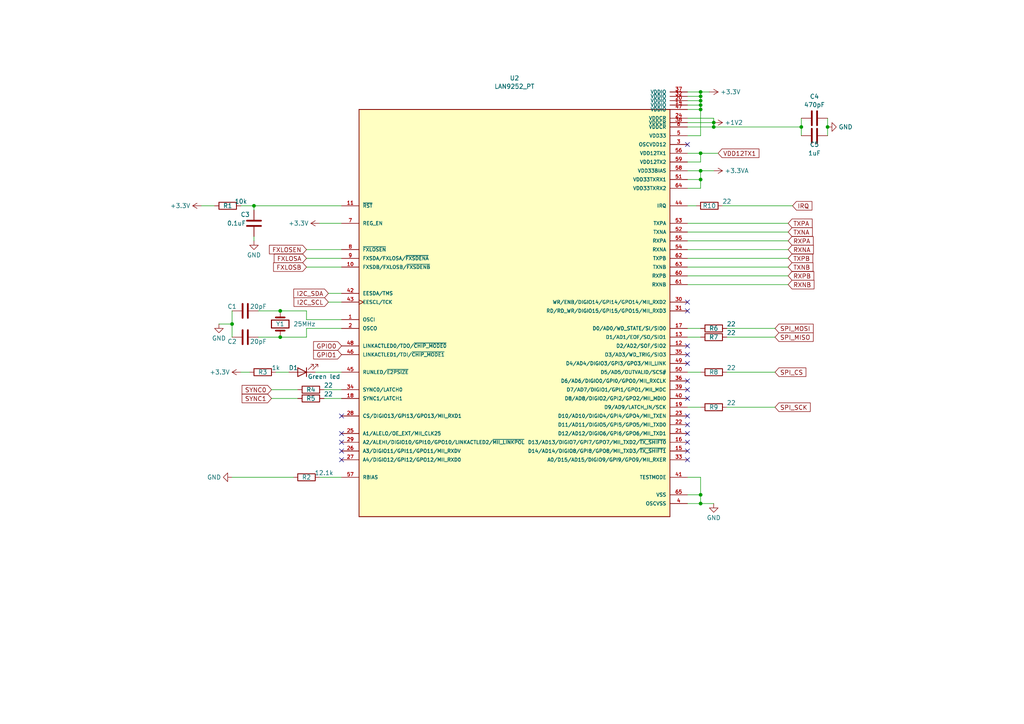
<source format=kicad_sch>
(kicad_sch (version 20230121) (generator eeschema)

  (uuid 8e0e23cc-4513-4896-b845-574dd127ce6b)

  (paper "A4")

  (lib_symbols
    (symbol "Device:C" (pin_numbers hide) (pin_names (offset 0.254)) (in_bom yes) (on_board yes)
      (property "Reference" "C" (at 0.635 2.54 0)
        (effects (font (size 1.27 1.27)) (justify left))
      )
      (property "Value" "C" (at 0.635 -2.54 0)
        (effects (font (size 1.27 1.27)) (justify left))
      )
      (property "Footprint" "" (at 0.9652 -3.81 0)
        (effects (font (size 1.27 1.27)) hide)
      )
      (property "Datasheet" "~" (at 0 0 0)
        (effects (font (size 1.27 1.27)) hide)
      )
      (property "ki_keywords" "cap capacitor" (at 0 0 0)
        (effects (font (size 1.27 1.27)) hide)
      )
      (property "ki_description" "Unpolarized capacitor" (at 0 0 0)
        (effects (font (size 1.27 1.27)) hide)
      )
      (property "ki_fp_filters" "C_*" (at 0 0 0)
        (effects (font (size 1.27 1.27)) hide)
      )
      (symbol "C_0_1"
        (polyline
          (pts
            (xy -2.032 -0.762)
            (xy 2.032 -0.762)
          )
          (stroke (width 0.508) (type default))
          (fill (type none))
        )
        (polyline
          (pts
            (xy -2.032 0.762)
            (xy 2.032 0.762)
          )
          (stroke (width 0.508) (type default))
          (fill (type none))
        )
      )
      (symbol "C_1_1"
        (pin passive line (at 0 3.81 270) (length 2.794)
          (name "~" (effects (font (size 1.27 1.27))))
          (number "1" (effects (font (size 1.27 1.27))))
        )
        (pin passive line (at 0 -3.81 90) (length 2.794)
          (name "~" (effects (font (size 1.27 1.27))))
          (number "2" (effects (font (size 1.27 1.27))))
        )
      )
    )
    (symbol "Device:Crystal" (pin_numbers hide) (pin_names (offset 1.016) hide) (in_bom yes) (on_board yes)
      (property "Reference" "Y" (at 0 3.81 0)
        (effects (font (size 1.27 1.27)))
      )
      (property "Value" "Crystal" (at 0 -3.81 0)
        (effects (font (size 1.27 1.27)))
      )
      (property "Footprint" "" (at 0 0 0)
        (effects (font (size 1.27 1.27)) hide)
      )
      (property "Datasheet" "~" (at 0 0 0)
        (effects (font (size 1.27 1.27)) hide)
      )
      (property "ki_keywords" "quartz ceramic resonator oscillator" (at 0 0 0)
        (effects (font (size 1.27 1.27)) hide)
      )
      (property "ki_description" "Two pin crystal" (at 0 0 0)
        (effects (font (size 1.27 1.27)) hide)
      )
      (property "ki_fp_filters" "Crystal*" (at 0 0 0)
        (effects (font (size 1.27 1.27)) hide)
      )
      (symbol "Crystal_0_1"
        (rectangle (start -1.143 2.54) (end 1.143 -2.54)
          (stroke (width 0.3048) (type default))
          (fill (type none))
        )
        (polyline
          (pts
            (xy -2.54 0)
            (xy -1.905 0)
          )
          (stroke (width 0) (type default))
          (fill (type none))
        )
        (polyline
          (pts
            (xy -1.905 -1.27)
            (xy -1.905 1.27)
          )
          (stroke (width 0.508) (type default))
          (fill (type none))
        )
        (polyline
          (pts
            (xy 1.905 -1.27)
            (xy 1.905 1.27)
          )
          (stroke (width 0.508) (type default))
          (fill (type none))
        )
        (polyline
          (pts
            (xy 2.54 0)
            (xy 1.905 0)
          )
          (stroke (width 0) (type default))
          (fill (type none))
        )
      )
      (symbol "Crystal_1_1"
        (pin passive line (at -3.81 0 0) (length 1.27)
          (name "1" (effects (font (size 1.27 1.27))))
          (number "1" (effects (font (size 1.27 1.27))))
        )
        (pin passive line (at 3.81 0 180) (length 1.27)
          (name "2" (effects (font (size 1.27 1.27))))
          (number "2" (effects (font (size 1.27 1.27))))
        )
      )
    )
    (symbol "Device:LED" (pin_numbers hide) (pin_names (offset 1.016) hide) (in_bom yes) (on_board yes)
      (property "Reference" "D" (at 0 2.54 0)
        (effects (font (size 1.27 1.27)))
      )
      (property "Value" "LED" (at 0 -2.54 0)
        (effects (font (size 1.27 1.27)))
      )
      (property "Footprint" "" (at 0 0 0)
        (effects (font (size 1.27 1.27)) hide)
      )
      (property "Datasheet" "~" (at 0 0 0)
        (effects (font (size 1.27 1.27)) hide)
      )
      (property "ki_keywords" "LED diode" (at 0 0 0)
        (effects (font (size 1.27 1.27)) hide)
      )
      (property "ki_description" "Light emitting diode" (at 0 0 0)
        (effects (font (size 1.27 1.27)) hide)
      )
      (property "ki_fp_filters" "LED* LED_SMD:* LED_THT:*" (at 0 0 0)
        (effects (font (size 1.27 1.27)) hide)
      )
      (symbol "LED_0_1"
        (polyline
          (pts
            (xy -1.27 -1.27)
            (xy -1.27 1.27)
          )
          (stroke (width 0.254) (type default))
          (fill (type none))
        )
        (polyline
          (pts
            (xy -1.27 0)
            (xy 1.27 0)
          )
          (stroke (width 0) (type default))
          (fill (type none))
        )
        (polyline
          (pts
            (xy 1.27 -1.27)
            (xy 1.27 1.27)
            (xy -1.27 0)
            (xy 1.27 -1.27)
          )
          (stroke (width 0.254) (type default))
          (fill (type none))
        )
        (polyline
          (pts
            (xy -3.048 -0.762)
            (xy -4.572 -2.286)
            (xy -3.81 -2.286)
            (xy -4.572 -2.286)
            (xy -4.572 -1.524)
          )
          (stroke (width 0) (type default))
          (fill (type none))
        )
        (polyline
          (pts
            (xy -1.778 -0.762)
            (xy -3.302 -2.286)
            (xy -2.54 -2.286)
            (xy -3.302 -2.286)
            (xy -3.302 -1.524)
          )
          (stroke (width 0) (type default))
          (fill (type none))
        )
      )
      (symbol "LED_1_1"
        (pin passive line (at -3.81 0 0) (length 2.54)
          (name "K" (effects (font (size 1.27 1.27))))
          (number "1" (effects (font (size 1.27 1.27))))
        )
        (pin passive line (at 3.81 0 180) (length 2.54)
          (name "A" (effects (font (size 1.27 1.27))))
          (number "2" (effects (font (size 1.27 1.27))))
        )
      )
    )
    (symbol "Device:R" (pin_numbers hide) (pin_names (offset 0)) (in_bom yes) (on_board yes)
      (property "Reference" "R" (at 2.032 0 90)
        (effects (font (size 1.27 1.27)))
      )
      (property "Value" "R" (at 0 0 90)
        (effects (font (size 1.27 1.27)))
      )
      (property "Footprint" "" (at -1.778 0 90)
        (effects (font (size 1.27 1.27)) hide)
      )
      (property "Datasheet" "~" (at 0 0 0)
        (effects (font (size 1.27 1.27)) hide)
      )
      (property "ki_keywords" "R res resistor" (at 0 0 0)
        (effects (font (size 1.27 1.27)) hide)
      )
      (property "ki_description" "Resistor" (at 0 0 0)
        (effects (font (size 1.27 1.27)) hide)
      )
      (property "ki_fp_filters" "R_*" (at 0 0 0)
        (effects (font (size 1.27 1.27)) hide)
      )
      (symbol "R_0_1"
        (rectangle (start -1.016 -2.54) (end 1.016 2.54)
          (stroke (width 0.254) (type default))
          (fill (type none))
        )
      )
      (symbol "R_1_1"
        (pin passive line (at 0 3.81 270) (length 1.27)
          (name "~" (effects (font (size 1.27 1.27))))
          (number "1" (effects (font (size 1.27 1.27))))
        )
        (pin passive line (at 0 -3.81 90) (length 1.27)
          (name "~" (effects (font (size 1.27 1.27))))
          (number "2" (effects (font (size 1.27 1.27))))
        )
      )
    )
    (symbol "LAN9252_PT:LAN9252_PT" (pin_names (offset 1.016)) (in_bom yes) (on_board yes)
      (property "Reference" "U" (at -60.96 59.69 0)
        (effects (font (size 1.27 1.27)) (justify left bottom))
      )
      (property "Value" "LAN9252_PT" (at -29.21 -60.96 0)
        (effects (font (size 1.27 1.27)) (justify left bottom))
      )
      (property "Footprint" "LAN9252_PT:QFP50P1200X1200X120-65N" (at -5.08 6.35 0)
        (effects (font (size 1.27 1.27)) (justify bottom) hide)
      )
      (property "Datasheet" "" (at 0 0 0)
        (effects (font (size 1.27 1.27)) hide)
      )
      (property "MF" "Microchip" (at -1.27 -13.97 0)
        (effects (font (size 1.27 1.27)) (justify bottom) hide)
      )
      (property "MAXIMUM_PACKAGE_HEIGHT" "1.2 mm" (at 0 -2.54 0)
        (effects (font (size 1.27 1.27)) (justify bottom) hide)
      )
      (property "Package" "TQFP-64 Microchip" (at -1.27 -11.43 0)
        (effects (font (size 1.27 1.27)) (justify bottom) hide)
      )
      (property "Price" "" (at 0 0 0)
        (effects (font (size 1.27 1.27)) (justify bottom) hide)
      )
      (property "Check_prices" "" (at 0 0 0)
        (effects (font (size 1.27 1.27)) (justify bottom) hide)
      )
      (property "STANDARD" "IPC 7351B" (at -1.27 -5.08 0)
        (effects (font (size 1.27 1.27)) (justify bottom) hide)
      )
      (property "PARTREV" "04-08-15" (at -1.27 -13.97 0)
        (effects (font (size 1.27 1.27)) (justify bottom) hide)
      )
      (property "SnapEDA_Link" "" (at 0 0 0)
        (effects (font (size 1.27 1.27)) (justify bottom) hide)
      )
      (property "MP" "LAN9252/PT" (at -2.54 3.81 0)
        (effects (font (size 1.27 1.27)) (justify bottom) hide)
      )
      (property "Purchase-URL" "" (at 0 0 0)
        (effects (font (size 1.27 1.27)) (justify bottom) hide)
      )
      (property "Description" "\nEthernet Controller 10/100 Base-FX/T/TX PHY SPI Interface 64-TQFP-EP (10x10)\n" (at -1.27 10.16 0)
        (effects (font (size 1.27 1.27)) (justify bottom) hide)
      )
      (property "Availability" "" (at 0 -2.54 0)
        (effects (font (size 1.27 1.27)) (justify bottom) hide)
      )
      (property "MANUFACTURER" "Microchip Technology" (at -1.27 -8.89 0)
        (effects (font (size 1.27 1.27)) (justify bottom) hide)
      )
      (symbol "LAN9252_PT_0_0"
        (rectangle (start -29.21 58.42) (end 60.96 -59.69)
          (stroke (width 0.254) (type default))
          (fill (type background))
        )
        (pin input line (at -34.29 -2.54 0) (length 5.08)
          (name "OSCI" (effects (font (size 1.016 1.016))))
          (number "1" (effects (font (size 1.016 1.016))))
        )
        (pin input line (at -34.29 12.7 0) (length 5.08)
          (name "FXSDB/FXLOSB/~{FXSDENB}" (effects (font (size 1.016 1.016))))
          (number "10" (effects (font (size 1.016 1.016))))
        )
        (pin input line (at -34.29 30.48 0) (length 5.08)
          (name "~{RST}" (effects (font (size 1.016 1.016))))
          (number "11" (effects (font (size 1.016 1.016))))
        )
        (pin bidirectional line (at 66.04 -10.16 180) (length 5.08)
          (name "D2/AD2/SOF/SIO2" (effects (font (size 1.016 1.016))))
          (number "12" (effects (font (size 1.016 1.016))))
        )
        (pin bidirectional line (at 66.04 -7.62 180) (length 5.08)
          (name "D1/AD1/EOF/SO/SIO1" (effects (font (size 1.016 1.016))))
          (number "13" (effects (font (size 1.016 1.016))))
        )
        (pin power_in line (at 66.04 59.69 180) (length 5.08)
          (name "VDDIO" (effects (font (size 1.016 1.016))))
          (number "14" (effects (font (size 1.016 1.016))))
        )
        (pin bidirectional line (at 66.04 -40.64 180) (length 5.08)
          (name "D14/AD14/DIGIO8/GPI8/GPO8/MII_TXD3/~{TX_SHIFT1}" (effects (font (size 1.016 1.016))))
          (number "15" (effects (font (size 1.016 1.016))))
        )
        (pin bidirectional line (at 66.04 -38.1 180) (length 5.08)
          (name "D13/AD13/DIGIO7/GPI7/GPO7/MII_TXD2/~{TX_SHIFT0}" (effects (font (size 1.016 1.016))))
          (number "16" (effects (font (size 1.016 1.016))))
        )
        (pin bidirectional line (at 66.04 -5.08 180) (length 5.08)
          (name "D0/AD0/WD_STATE/SI/SIO0" (effects (font (size 1.016 1.016))))
          (number "17" (effects (font (size 1.016 1.016))))
        )
        (pin bidirectional line (at -34.29 -25.4 0) (length 5.08)
          (name "SYNC1/LATCH1" (effects (font (size 1.016 1.016))))
          (number "18" (effects (font (size 1.016 1.016))))
        )
        (pin bidirectional line (at 66.04 -27.94 180) (length 5.08)
          (name "D9/AD9/LATCH_IN/SCK" (effects (font (size 1.016 1.016))))
          (number "19" (effects (font (size 1.016 1.016))))
        )
        (pin output line (at -34.29 -5.08 0) (length 5.08)
          (name "OSCO" (effects (font (size 1.016 1.016))))
          (number "2" (effects (font (size 1.016 1.016))))
        )
        (pin power_in line (at 66.04 60.96 180) (length 5.08)
          (name "VDDIO" (effects (font (size 1.016 1.016))))
          (number "20" (effects (font (size 1.016 1.016))))
        )
        (pin bidirectional line (at 66.04 -35.56 180) (length 5.08)
          (name "D12/AD12/DIGIO6/GPI6/GPO6/MII_TXD1" (effects (font (size 1.016 1.016))))
          (number "21" (effects (font (size 1.016 1.016))))
        )
        (pin bidirectional line (at 66.04 -33.02 180) (length 5.08)
          (name "D11/AD11/DIGIO5/GPI5/GPO5/MII_TXD0" (effects (font (size 1.016 1.016))))
          (number "22" (effects (font (size 1.016 1.016))))
        )
        (pin bidirectional line (at 66.04 -30.48 180) (length 5.08)
          (name "D10/AD10/DIGIO4/GPI4/GPO4/MII_TXEN" (effects (font (size 1.016 1.016))))
          (number "23" (effects (font (size 1.016 1.016))))
        )
        (pin power_in line (at 66.04 55.88 180) (length 5.08)
          (name "VDDCR" (effects (font (size 1.016 1.016))))
          (number "24" (effects (font (size 1.016 1.016))))
        )
        (pin bidirectional line (at -34.29 -35.56 0) (length 5.08)
          (name "A1/ALELO/OE_EXT/MII_CLK25" (effects (font (size 1.016 1.016))))
          (number "25" (effects (font (size 1.016 1.016))))
        )
        (pin bidirectional line (at -34.29 -40.64 0) (length 5.08)
          (name "A3/DIGIO11/GPI11/GPO11/MII_RXDV" (effects (font (size 1.016 1.016))))
          (number "26" (effects (font (size 1.016 1.016))))
        )
        (pin bidirectional line (at -34.29 -43.18 0) (length 5.08)
          (name "A4/DIGIO12/GPI12/GPO12/MII_RXD0" (effects (font (size 1.016 1.016))))
          (number "27" (effects (font (size 1.016 1.016))))
        )
        (pin bidirectional line (at -34.29 -30.48 0) (length 5.08)
          (name "CS/DIGIO13/GPI13/GPO13/MII_RXD1" (effects (font (size 1.016 1.016))))
          (number "28" (effects (font (size 1.016 1.016))))
        )
        (pin bidirectional line (at -34.29 -38.1 0) (length 5.08)
          (name "A2/ALEHI/DIGIO10/GPI10/GPO10/LINKACTLED2/~{MII_LINKPOL}" (effects (font (size 1.016 1.016))))
          (number "29" (effects (font (size 1.016 1.016))))
        )
        (pin power_in line (at 66.04 48.26 180) (length 5.08)
          (name "OSCVDD12" (effects (font (size 1.016 1.016))))
          (number "3" (effects (font (size 1.016 1.016))))
        )
        (pin bidirectional line (at 66.04 2.54 180) (length 5.08)
          (name "WR/ENB/DIGIO14/GPI14/GPO14/MII_RXD2" (effects (font (size 1.016 1.016))))
          (number "30" (effects (font (size 1.016 1.016))))
        )
        (pin bidirectional line (at 66.04 0 180) (length 5.08)
          (name "RD/RD_WR/DIGIO15/GPI15/GPO15/MII_RXD3" (effects (font (size 1.016 1.016))))
          (number "31" (effects (font (size 1.016 1.016))))
        )
        (pin power_in line (at 66.04 62.23 180) (length 5.08)
          (name "VDDIO" (effects (font (size 1.016 1.016))))
          (number "32" (effects (font (size 1.016 1.016))))
        )
        (pin bidirectional line (at 66.04 -43.18 180) (length 5.08)
          (name "A0/D15/AD15/DIGIO9/GPI9/GPO9/MII_RXER" (effects (font (size 1.016 1.016))))
          (number "33" (effects (font (size 1.016 1.016))))
        )
        (pin bidirectional line (at -34.29 -22.86 0) (length 5.08)
          (name "SYNC0/LATCH0" (effects (font (size 1.016 1.016))))
          (number "34" (effects (font (size 1.016 1.016))))
        )
        (pin bidirectional line (at 66.04 -12.7 180) (length 5.08)
          (name "D3/AD3/WD_TRIG/SIO3" (effects (font (size 1.016 1.016))))
          (number "35" (effects (font (size 1.016 1.016))))
        )
        (pin bidirectional line (at 66.04 -20.32 180) (length 5.08)
          (name "D6/AD6/DIGIO0/GPI0/GPO0/MII_RXCLK" (effects (font (size 1.016 1.016))))
          (number "36" (effects (font (size 1.016 1.016))))
        )
        (pin power_in line (at 66.04 63.5 180) (length 5.08)
          (name "VDDIO" (effects (font (size 1.016 1.016))))
          (number "37" (effects (font (size 1.016 1.016))))
        )
        (pin power_in line (at 66.04 54.61 180) (length 5.08)
          (name "VDDCR" (effects (font (size 1.016 1.016))))
          (number "38" (effects (font (size 1.016 1.016))))
        )
        (pin bidirectional line (at 66.04 -22.86 180) (length 5.08)
          (name "D7/AD7/DIGIO1/GPI1/GPO1/MII_MDC" (effects (font (size 1.016 1.016))))
          (number "39" (effects (font (size 1.016 1.016))))
        )
        (pin power_in line (at 66.04 -55.88 180) (length 5.08)
          (name "OSCVSS" (effects (font (size 1.016 1.016))))
          (number "4" (effects (font (size 1.016 1.016))))
        )
        (pin bidirectional line (at 66.04 -25.4 180) (length 5.08)
          (name "D8/AD8/DIGIO2/GPI2/GPO2/MII_MDIO" (effects (font (size 1.016 1.016))))
          (number "40" (effects (font (size 1.016 1.016))))
        )
        (pin input line (at 66.04 -48.26 180) (length 5.08)
          (name "TESTMODE" (effects (font (size 1.016 1.016))))
          (number "41" (effects (font (size 1.016 1.016))))
        )
        (pin bidirectional line (at -34.29 5.08 0) (length 5.08)
          (name "EESDA/TMS" (effects (font (size 1.016 1.016))))
          (number "42" (effects (font (size 1.016 1.016))))
        )
        (pin output clock (at -34.29 2.54 0) (length 5.08)
          (name "EESCL/TCK" (effects (font (size 1.016 1.016))))
          (number "43" (effects (font (size 1.016 1.016))))
        )
        (pin output line (at 66.04 30.48 180) (length 5.08)
          (name "IRQ" (effects (font (size 1.016 1.016))))
          (number "44" (effects (font (size 1.016 1.016))))
        )
        (pin bidirectional line (at -34.29 -17.78 0) (length 5.08)
          (name "RUNLED/~{E2PSIZE}" (effects (font (size 1.016 1.016))))
          (number "45" (effects (font (size 1.016 1.016))))
        )
        (pin input line (at -34.29 -12.7 0) (length 5.08)
          (name "LINKACTLED1/TDI/~{CHIP_MODE1}" (effects (font (size 1.016 1.016))))
          (number "46" (effects (font (size 1.016 1.016))))
        )
        (pin power_in line (at 66.04 58.42 180) (length 5.08)
          (name "VDDIO" (effects (font (size 1.016 1.016))))
          (number "47" (effects (font (size 1.016 1.016))))
        )
        (pin output line (at -34.29 -10.16 0) (length 5.08)
          (name "LINKACTLED0/TDO/~{CHIP_MODE0}" (effects (font (size 1.016 1.016))))
          (number "48" (effects (font (size 1.016 1.016))))
        )
        (pin bidirectional line (at 66.04 -15.24 180) (length 5.08)
          (name "D4/AD4/DIGIO3/GPI3/GPO3/MII_LINK" (effects (font (size 1.016 1.016))))
          (number "49" (effects (font (size 1.016 1.016))))
        )
        (pin power_in line (at 66.04 50.8 180) (length 5.08)
          (name "VDD33" (effects (font (size 1.016 1.016))))
          (number "5" (effects (font (size 1.016 1.016))))
        )
        (pin bidirectional line (at 66.04 -17.78 180) (length 5.08)
          (name "D5/AD5/OUTVALID/SCS#" (effects (font (size 1.016 1.016))))
          (number "50" (effects (font (size 1.016 1.016))))
        )
        (pin power_in line (at 66.04 38.1 180) (length 5.08)
          (name "VDD33TXRX1" (effects (font (size 1.016 1.016))))
          (number "51" (effects (font (size 1.016 1.016))))
        )
        (pin bidirectional line (at 66.04 22.86 180) (length 5.08)
          (name "TXNA" (effects (font (size 1.016 1.016))))
          (number "52" (effects (font (size 1.016 1.016))))
        )
        (pin bidirectional line (at 66.04 25.4 180) (length 5.08)
          (name "TXPA" (effects (font (size 1.016 1.016))))
          (number "53" (effects (font (size 1.016 1.016))))
        )
        (pin bidirectional line (at 66.04 17.78 180) (length 5.08)
          (name "RXNA" (effects (font (size 1.016 1.016))))
          (number "54" (effects (font (size 1.016 1.016))))
        )
        (pin bidirectional line (at 66.04 20.32 180) (length 5.08)
          (name "RXPA" (effects (font (size 1.016 1.016))))
          (number "55" (effects (font (size 1.016 1.016))))
        )
        (pin power_in line (at 66.04 45.72 180) (length 5.08)
          (name "VDD12TX1" (effects (font (size 1.016 1.016))))
          (number "56" (effects (font (size 1.016 1.016))))
        )
        (pin passive line (at -34.29 -48.26 0) (length 5.08)
          (name "RBIAS" (effects (font (size 1.016 1.016))))
          (number "57" (effects (font (size 1.016 1.016))))
        )
        (pin power_in line (at 66.04 40.64 180) (length 5.08)
          (name "VDD33BIAS" (effects (font (size 1.016 1.016))))
          (number "58" (effects (font (size 1.016 1.016))))
        )
        (pin power_in line (at 66.04 43.18 180) (length 5.08)
          (name "VDD12TX2" (effects (font (size 1.016 1.016))))
          (number "59" (effects (font (size 1.016 1.016))))
        )
        (pin power_in line (at 66.04 53.34 180) (length 5.08)
          (name "VDDCR" (effects (font (size 1.016 1.016))))
          (number "6" (effects (font (size 1.016 1.016))))
        )
        (pin bidirectional line (at 66.04 10.16 180) (length 5.08)
          (name "RXPB" (effects (font (size 1.016 1.016))))
          (number "60" (effects (font (size 1.016 1.016))))
        )
        (pin bidirectional line (at 66.04 7.62 180) (length 5.08)
          (name "RXNB" (effects (font (size 1.016 1.016))))
          (number "61" (effects (font (size 1.016 1.016))))
        )
        (pin bidirectional line (at 66.04 15.24 180) (length 5.08)
          (name "TXPB" (effects (font (size 1.016 1.016))))
          (number "62" (effects (font (size 1.016 1.016))))
        )
        (pin bidirectional line (at 66.04 12.7 180) (length 5.08)
          (name "TXNB" (effects (font (size 1.016 1.016))))
          (number "63" (effects (font (size 1.016 1.016))))
        )
        (pin power_in line (at 66.04 35.56 180) (length 5.08)
          (name "VDD33TXRX2" (effects (font (size 1.016 1.016))))
          (number "64" (effects (font (size 1.016 1.016))))
        )
        (pin power_in line (at 66.04 -53.34 180) (length 5.08)
          (name "VSS" (effects (font (size 1.016 1.016))))
          (number "65" (effects (font (size 1.016 1.016))))
        )
        (pin input line (at -34.29 25.4 0) (length 5.08)
          (name "REG_EN" (effects (font (size 1.016 1.016))))
          (number "7" (effects (font (size 1.016 1.016))))
        )
        (pin input line (at -34.29 17.78 0) (length 5.08)
          (name "~{FXLOSEN}" (effects (font (size 1.016 1.016))))
          (number "8" (effects (font (size 1.016 1.016))))
        )
        (pin input line (at -34.29 15.24 0) (length 5.08)
          (name "FXSDA/FXLOSA/~{FXSDENA}" (effects (font (size 1.016 1.016))))
          (number "9" (effects (font (size 1.016 1.016))))
        )
      )
    )
    (symbol "power:+1V2" (power) (pin_names (offset 0)) (in_bom yes) (on_board yes)
      (property "Reference" "#PWR" (at 0 -3.81 0)
        (effects (font (size 1.27 1.27)) hide)
      )
      (property "Value" "+1V2" (at 0 3.556 0)
        (effects (font (size 1.27 1.27)))
      )
      (property "Footprint" "" (at 0 0 0)
        (effects (font (size 1.27 1.27)) hide)
      )
      (property "Datasheet" "" (at 0 0 0)
        (effects (font (size 1.27 1.27)) hide)
      )
      (property "ki_keywords" "global power" (at 0 0 0)
        (effects (font (size 1.27 1.27)) hide)
      )
      (property "ki_description" "Power symbol creates a global label with name \"+1V2\"" (at 0 0 0)
        (effects (font (size 1.27 1.27)) hide)
      )
      (symbol "+1V2_0_1"
        (polyline
          (pts
            (xy -0.762 1.27)
            (xy 0 2.54)
          )
          (stroke (width 0) (type default))
          (fill (type none))
        )
        (polyline
          (pts
            (xy 0 0)
            (xy 0 2.54)
          )
          (stroke (width 0) (type default))
          (fill (type none))
        )
        (polyline
          (pts
            (xy 0 2.54)
            (xy 0.762 1.27)
          )
          (stroke (width 0) (type default))
          (fill (type none))
        )
      )
      (symbol "+1V2_1_1"
        (pin power_in line (at 0 0 90) (length 0) hide
          (name "+1V2" (effects (font (size 1.27 1.27))))
          (number "1" (effects (font (size 1.27 1.27))))
        )
      )
    )
    (symbol "power:+3.3V" (power) (pin_names (offset 0)) (in_bom yes) (on_board yes)
      (property "Reference" "#PWR" (at 0 -3.81 0)
        (effects (font (size 1.27 1.27)) hide)
      )
      (property "Value" "+3.3V" (at 0 3.556 0)
        (effects (font (size 1.27 1.27)))
      )
      (property "Footprint" "" (at 0 0 0)
        (effects (font (size 1.27 1.27)) hide)
      )
      (property "Datasheet" "" (at 0 0 0)
        (effects (font (size 1.27 1.27)) hide)
      )
      (property "ki_keywords" "global power" (at 0 0 0)
        (effects (font (size 1.27 1.27)) hide)
      )
      (property "ki_description" "Power symbol creates a global label with name \"+3.3V\"" (at 0 0 0)
        (effects (font (size 1.27 1.27)) hide)
      )
      (symbol "+3.3V_0_1"
        (polyline
          (pts
            (xy -0.762 1.27)
            (xy 0 2.54)
          )
          (stroke (width 0) (type default))
          (fill (type none))
        )
        (polyline
          (pts
            (xy 0 0)
            (xy 0 2.54)
          )
          (stroke (width 0) (type default))
          (fill (type none))
        )
        (polyline
          (pts
            (xy 0 2.54)
            (xy 0.762 1.27)
          )
          (stroke (width 0) (type default))
          (fill (type none))
        )
      )
      (symbol "+3.3V_1_1"
        (pin power_in line (at 0 0 90) (length 0) hide
          (name "+3.3V" (effects (font (size 1.27 1.27))))
          (number "1" (effects (font (size 1.27 1.27))))
        )
      )
    )
    (symbol "power:+3.3VA" (power) (pin_names (offset 0)) (in_bom yes) (on_board yes)
      (property "Reference" "#PWR" (at 0 -3.81 0)
        (effects (font (size 1.27 1.27)) hide)
      )
      (property "Value" "+3.3VA" (at 0 3.556 0)
        (effects (font (size 1.27 1.27)))
      )
      (property "Footprint" "" (at 0 0 0)
        (effects (font (size 1.27 1.27)) hide)
      )
      (property "Datasheet" "" (at 0 0 0)
        (effects (font (size 1.27 1.27)) hide)
      )
      (property "ki_keywords" "global power" (at 0 0 0)
        (effects (font (size 1.27 1.27)) hide)
      )
      (property "ki_description" "Power symbol creates a global label with name \"+3.3VA\"" (at 0 0 0)
        (effects (font (size 1.27 1.27)) hide)
      )
      (symbol "+3.3VA_0_1"
        (polyline
          (pts
            (xy -0.762 1.27)
            (xy 0 2.54)
          )
          (stroke (width 0) (type default))
          (fill (type none))
        )
        (polyline
          (pts
            (xy 0 0)
            (xy 0 2.54)
          )
          (stroke (width 0) (type default))
          (fill (type none))
        )
        (polyline
          (pts
            (xy 0 2.54)
            (xy 0.762 1.27)
          )
          (stroke (width 0) (type default))
          (fill (type none))
        )
      )
      (symbol "+3.3VA_1_1"
        (pin power_in line (at 0 0 90) (length 0) hide
          (name "+3.3VA" (effects (font (size 1.27 1.27))))
          (number "1" (effects (font (size 1.27 1.27))))
        )
      )
    )
    (symbol "power:GND" (power) (pin_names (offset 0)) (in_bom yes) (on_board yes)
      (property "Reference" "#PWR" (at 0 -6.35 0)
        (effects (font (size 1.27 1.27)) hide)
      )
      (property "Value" "GND" (at 0 -3.81 0)
        (effects (font (size 1.27 1.27)))
      )
      (property "Footprint" "" (at 0 0 0)
        (effects (font (size 1.27 1.27)) hide)
      )
      (property "Datasheet" "" (at 0 0 0)
        (effects (font (size 1.27 1.27)) hide)
      )
      (property "ki_keywords" "global power" (at 0 0 0)
        (effects (font (size 1.27 1.27)) hide)
      )
      (property "ki_description" "Power symbol creates a global label with name \"GND\" , ground" (at 0 0 0)
        (effects (font (size 1.27 1.27)) hide)
      )
      (symbol "GND_0_1"
        (polyline
          (pts
            (xy 0 0)
            (xy 0 -1.27)
            (xy 1.27 -1.27)
            (xy 0 -2.54)
            (xy -1.27 -1.27)
            (xy 0 -1.27)
          )
          (stroke (width 0) (type default))
          (fill (type none))
        )
      )
      (symbol "GND_1_1"
        (pin power_in line (at 0 0 270) (length 0) hide
          (name "GND" (effects (font (size 1.27 1.27))))
          (number "1" (effects (font (size 1.27 1.27))))
        )
      )
    )
  )

  (junction (at 232.41 36.83) (diameter 0) (color 0 0 0 0)
    (uuid 263248ae-c683-4c59-beaf-7b3864a845a6)
  )
  (junction (at 203.2 49.53) (diameter 0) (color 0 0 0 0)
    (uuid 35ce7528-97c5-4c72-b8a7-1cdf13c5e568)
  )
  (junction (at 203.2 30.48) (diameter 0) (color 0 0 0 0)
    (uuid 40182a86-3837-4701-b1cf-b786b28cd3c5)
  )
  (junction (at 67.31 93.98) (diameter 0) (color 0 0 0 0)
    (uuid 45311484-699d-4b23-9b75-1e2ac8fa83b1)
  )
  (junction (at 203.2 143.51) (diameter 0) (color 0 0 0 0)
    (uuid 48e7757a-d3d6-4527-8ed0-805d726012d7)
  )
  (junction (at 203.2 31.75) (diameter 0) (color 0 0 0 0)
    (uuid 50af12ef-c3bf-4105-bca6-28ed6ddab985)
  )
  (junction (at 73.66 59.69) (diameter 0) (color 0 0 0 0)
    (uuid 75dadb5b-c9f2-43c0-acab-427e64154c21)
  )
  (junction (at 203.2 52.07) (diameter 0) (color 0 0 0 0)
    (uuid 7a83dff4-8ea4-4b67-8647-2913cf0299d2)
  )
  (junction (at 240.03 36.83) (diameter 0) (color 0 0 0 0)
    (uuid 8caaeac5-a2f2-4f62-85d3-be5ce5b8f58f)
  )
  (junction (at 203.2 26.67) (diameter 0) (color 0 0 0 0)
    (uuid 996d558b-c70f-4d29-9dda-9fea9fc9d517)
  )
  (junction (at 207.01 35.56) (diameter 0) (color 0 0 0 0)
    (uuid a3819a9a-f321-4e8d-9ee4-2c81ec61fa22)
  )
  (junction (at 203.2 146.05) (diameter 0) (color 0 0 0 0)
    (uuid bbd59ab0-bad3-416e-8073-094e105f8863)
  )
  (junction (at 207.01 36.83) (diameter 0) (color 0 0 0 0)
    (uuid c1e465c4-b3cf-4aeb-b7f6-bef987018a01)
  )
  (junction (at 81.28 90.17) (diameter 0) (color 0 0 0 0)
    (uuid d56d31ce-0457-4dc1-be5e-aeef98f3ed50)
  )
  (junction (at 81.28 97.79) (diameter 0) (color 0 0 0 0)
    (uuid d8d7f2d9-aabb-4171-af91-a5e4b9fc7af2)
  )
  (junction (at 203.2 27.94) (diameter 0) (color 0 0 0 0)
    (uuid e122817c-650d-4c0d-a34c-3a97414e8ddc)
  )
  (junction (at 203.2 44.45) (diameter 0) (color 0 0 0 0)
    (uuid e3a974e2-fdde-48f0-aec0-447f4195f7c3)
  )
  (junction (at 203.2 29.21) (diameter 0) (color 0 0 0 0)
    (uuid f45c08a9-1f16-4428-891e-f72916e63fde)
  )

  (no_connect (at 99.06 125.73) (uuid 0b0defea-ee25-449f-8c33-e4366a0bb9f1))
  (no_connect (at 199.39 110.49) (uuid 0bb3991a-2ca5-47f1-b4b6-54c95edf9b68))
  (no_connect (at 199.39 90.17) (uuid 1f084769-bf82-4697-be3b-eed2fee84671))
  (no_connect (at 99.06 128.27) (uuid 20b5f4b0-7e17-4409-8a9b-59a1d1a52265))
  (no_connect (at 199.39 125.73) (uuid 27163c9e-29bc-43f2-b6c0-f0cbf4589490))
  (no_connect (at 199.39 115.57) (uuid 2e4b5f71-a423-4a75-b714-c575b2c77f81))
  (no_connect (at 199.39 133.35) (uuid 2e7e23c7-9145-4a83-9272-f915b2d3d466))
  (no_connect (at 99.06 133.35) (uuid 2f8bd18e-eee7-4bc8-9c83-ee22123d9c9e))
  (no_connect (at 199.39 123.19) (uuid 38f6ace8-3a1e-4dc1-b0a5-50d591a7b9bb))
  (no_connect (at 199.39 113.03) (uuid 51dd6d41-45bd-4fce-8e8c-37233f81a50f))
  (no_connect (at 199.39 128.27) (uuid 57df11f1-7fd8-44db-af41-7c215a2306ec))
  (no_connect (at 199.39 105.41) (uuid 7c92b909-91ce-466f-a913-db80d14794aa))
  (no_connect (at 99.06 120.65) (uuid 92c3c59a-d551-4b98-800b-c9cfeb37556b))
  (no_connect (at 199.39 120.65) (uuid a724d08b-1960-4627-b3b5-f5a2da803a86))
  (no_connect (at 199.39 41.91) (uuid b3ec83a1-5cf8-490e-ba08-02e97f4f2b35))
  (no_connect (at 99.06 130.81) (uuid b925b8ee-bfc6-449d-8f33-12997e98fa64))
  (no_connect (at 199.39 102.87) (uuid e23c5168-ac9c-4d4d-805b-cf203899cccf))
  (no_connect (at 199.39 100.33) (uuid eba985ec-9da0-4d32-86c0-e84383c05a32))
  (no_connect (at 199.39 87.63) (uuid f1d90b64-b63c-4400-a05c-1c660ee3763a))
  (no_connect (at 199.39 130.81) (uuid faacae21-938b-491a-b71f-1c35640ab185))

  (wire (pts (xy 199.39 31.75) (xy 203.2 31.75))
    (stroke (width 0) (type default))
    (uuid 0296f0ac-b199-445c-a506-24ae78985d0a)
  )
  (wire (pts (xy 203.2 49.53) (xy 203.2 52.07))
    (stroke (width 0) (type default))
    (uuid 033a5f78-dfb9-4866-b81f-bf8f59f3b565)
  )
  (wire (pts (xy 199.39 39.37) (xy 203.2 39.37))
    (stroke (width 0) (type default))
    (uuid 037b5234-b694-4d23-8134-6e89083d36f1)
  )
  (wire (pts (xy 207.01 36.83) (xy 207.01 35.56))
    (stroke (width 0) (type default))
    (uuid 06129de6-1a41-4789-b1c7-e3437e8015ff)
  )
  (wire (pts (xy 199.39 52.07) (xy 203.2 52.07))
    (stroke (width 0) (type default))
    (uuid 0644901a-57eb-4149-9cfa-58a1a8d41042)
  )
  (wire (pts (xy 203.2 29.21) (xy 203.2 27.94))
    (stroke (width 0) (type default))
    (uuid 090a2e5b-7d79-45bb-85f8-3d68cf8270bc)
  )
  (wire (pts (xy 203.2 49.53) (xy 207.01 49.53))
    (stroke (width 0) (type default))
    (uuid 0c1ca199-356a-4c97-859a-6b2195bc7670)
  )
  (wire (pts (xy 88.9 74.93) (xy 99.06 74.93))
    (stroke (width 0) (type default))
    (uuid 0e1ce884-9aa2-44bc-a42a-eebb802de072)
  )
  (wire (pts (xy 232.41 36.83) (xy 232.41 39.37))
    (stroke (width 0) (type default))
    (uuid 0f3f0d10-bd82-40f0-a766-7e787384f20a)
  )
  (wire (pts (xy 99.06 95.25) (xy 88.9 95.25))
    (stroke (width 0) (type default))
    (uuid 11e2123a-d366-4d7b-bbf1-d49fd0828289)
  )
  (wire (pts (xy 203.2 31.75) (xy 203.2 30.48))
    (stroke (width 0) (type default))
    (uuid 11e90560-98b8-4cfd-9fbd-d2d2e5d37748)
  )
  (wire (pts (xy 67.31 93.98) (xy 67.31 97.79))
    (stroke (width 0) (type default))
    (uuid 166ace2d-027a-4107-903f-67eab5ac8895)
  )
  (wire (pts (xy 199.39 36.83) (xy 207.01 36.83))
    (stroke (width 0) (type default))
    (uuid 1a1c30d8-c5ea-4347-ab74-5c2a18eef65c)
  )
  (wire (pts (xy 199.39 118.11) (xy 203.2 118.11))
    (stroke (width 0) (type default))
    (uuid 1bfd686c-bc9c-45f0-82eb-b06a70f3a558)
  )
  (wire (pts (xy 58.42 59.69) (xy 62.23 59.69))
    (stroke (width 0) (type default))
    (uuid 1c1d1c3a-23f6-408f-8dd2-1b28ebfd06a0)
  )
  (wire (pts (xy 203.2 54.61) (xy 203.2 52.07))
    (stroke (width 0) (type default))
    (uuid 20a9d3e9-713c-4f3b-989f-2034dc914e54)
  )
  (wire (pts (xy 199.39 64.77) (xy 228.6 64.77))
    (stroke (width 0) (type default))
    (uuid 2b42ca62-436b-42d5-96e2-4eecbf87a9b8)
  )
  (wire (pts (xy 88.9 92.71) (xy 88.9 90.17))
    (stroke (width 0) (type default))
    (uuid 2eddf64f-d65e-418c-8222-6578d96f84ce)
  )
  (wire (pts (xy 203.2 30.48) (xy 203.2 29.21))
    (stroke (width 0) (type default))
    (uuid 3123f259-abbc-4f7d-8562-e088b5c0d98f)
  )
  (wire (pts (xy 207.01 34.29) (xy 207.01 35.56))
    (stroke (width 0) (type default))
    (uuid 314ed0ac-ad26-46ac-b0e0-9f3c397d0aa5)
  )
  (wire (pts (xy 67.31 138.43) (xy 85.09 138.43))
    (stroke (width 0) (type default))
    (uuid 326a33bf-86ea-4ccf-9bfc-e5f30441b4f3)
  )
  (wire (pts (xy 99.06 92.71) (xy 88.9 92.71))
    (stroke (width 0) (type default))
    (uuid 3cd604ae-b315-4744-914c-ead573e64379)
  )
  (wire (pts (xy 199.39 143.51) (xy 203.2 143.51))
    (stroke (width 0) (type default))
    (uuid 3d5df95f-4167-4e67-a7b2-b718cc811a07)
  )
  (wire (pts (xy 81.28 90.17) (xy 88.9 90.17))
    (stroke (width 0) (type default))
    (uuid 41df87ba-7196-4c08-9b1c-a8be48effcbd)
  )
  (wire (pts (xy 240.03 36.83) (xy 240.03 39.37))
    (stroke (width 0) (type default))
    (uuid 4362b448-7c4c-4961-a80d-7249c362e00f)
  )
  (wire (pts (xy 69.85 107.95) (xy 72.39 107.95))
    (stroke (width 0) (type default))
    (uuid 49d4f0c8-422b-409c-9014-1b0fb767f8de)
  )
  (wire (pts (xy 199.39 34.29) (xy 207.01 34.29))
    (stroke (width 0) (type default))
    (uuid 4be8965a-646f-4cb8-92c7-ba6d517dc770)
  )
  (wire (pts (xy 199.39 146.05) (xy 203.2 146.05))
    (stroke (width 0) (type default))
    (uuid 4cd97502-31ae-498f-8606-6703649c54b1)
  )
  (wire (pts (xy 199.39 138.43) (xy 203.2 138.43))
    (stroke (width 0) (type default))
    (uuid 55e315a2-f64a-4aed-ad92-072d6778bfe7)
  )
  (wire (pts (xy 78.74 115.57) (xy 86.36 115.57))
    (stroke (width 0) (type default))
    (uuid 59f771b7-46ff-43cb-94e8-60f9876a85bd)
  )
  (wire (pts (xy 73.66 59.69) (xy 99.06 59.69))
    (stroke (width 0) (type default))
    (uuid 5abfc41a-281d-4279-8ea4-68027869326d)
  )
  (wire (pts (xy 199.39 30.48) (xy 203.2 30.48))
    (stroke (width 0) (type default))
    (uuid 5b6c3123-a179-4dde-b5da-c7f4d0d93354)
  )
  (wire (pts (xy 199.39 29.21) (xy 203.2 29.21))
    (stroke (width 0) (type default))
    (uuid 5c2376f5-f349-4cb7-9eec-4943954577d9)
  )
  (wire (pts (xy 199.39 59.69) (xy 201.93 59.69))
    (stroke (width 0) (type default))
    (uuid 607b6b26-9bfe-4148-88ff-7868cb25ff4e)
  )
  (wire (pts (xy 199.39 54.61) (xy 203.2 54.61))
    (stroke (width 0) (type default))
    (uuid 6180e0a8-b5e4-495c-a4d3-417393b6a954)
  )
  (wire (pts (xy 67.31 90.17) (xy 67.31 93.98))
    (stroke (width 0) (type default))
    (uuid 641e1660-9219-419d-a017-998a86432a0c)
  )
  (wire (pts (xy 199.39 46.99) (xy 203.2 46.99))
    (stroke (width 0) (type default))
    (uuid 66d78c52-9e6b-4dd4-b251-cf568f75d097)
  )
  (wire (pts (xy 199.39 95.25) (xy 203.2 95.25))
    (stroke (width 0) (type default))
    (uuid 66ea9470-7388-4f38-bdea-494a2b36a01c)
  )
  (wire (pts (xy 199.39 72.39) (xy 228.6 72.39))
    (stroke (width 0) (type default))
    (uuid 677bb394-25ed-4f07-8740-4ec06683c46c)
  )
  (wire (pts (xy 199.39 69.85) (xy 228.6 69.85))
    (stroke (width 0) (type default))
    (uuid 69619d7b-d72b-413a-ae49-6773668cb2e8)
  )
  (wire (pts (xy 203.2 44.45) (xy 208.28 44.45))
    (stroke (width 0) (type default))
    (uuid 69c73883-524e-440e-8181-ef9840bf2723)
  )
  (wire (pts (xy 199.39 67.31) (xy 228.6 67.31))
    (stroke (width 0) (type default))
    (uuid 69f5b5d6-0258-40c3-9cfb-d5f800f31507)
  )
  (wire (pts (xy 199.39 107.95) (xy 203.2 107.95))
    (stroke (width 0) (type default))
    (uuid 6d614971-2f2a-4ee3-a601-0a6391a577f7)
  )
  (wire (pts (xy 224.79 97.79) (xy 210.82 97.79))
    (stroke (width 0) (type default))
    (uuid 6e4d3d4b-bb7a-4b93-b1f6-75afa0458de8)
  )
  (wire (pts (xy 224.79 118.11) (xy 210.82 118.11))
    (stroke (width 0) (type default))
    (uuid 71ee1104-e618-4262-95b3-4915d225423c)
  )
  (wire (pts (xy 199.39 27.94) (xy 203.2 27.94))
    (stroke (width 0) (type default))
    (uuid 7475ec4e-87ee-4352-a0be-04b214ec176b)
  )
  (wire (pts (xy 81.28 97.79) (xy 88.9 97.79))
    (stroke (width 0) (type default))
    (uuid 74b92687-e83a-4823-9d50-ebbbcc66c3d2)
  )
  (wire (pts (xy 91.44 107.95) (xy 99.06 107.95))
    (stroke (width 0) (type default))
    (uuid 7509e649-8907-408b-95bd-e3df14f30f35)
  )
  (wire (pts (xy 203.2 26.67) (xy 203.2 27.94))
    (stroke (width 0) (type default))
    (uuid 7765c812-4597-428f-93d1-fbe8d06447a9)
  )
  (wire (pts (xy 88.9 95.25) (xy 88.9 97.79))
    (stroke (width 0) (type default))
    (uuid 797f9aa8-c19f-4ae6-a5a9-d55557412faa)
  )
  (wire (pts (xy 224.79 107.95) (xy 210.82 107.95))
    (stroke (width 0) (type default))
    (uuid 7e831c0d-2b17-4702-9764-cef7eb02c168)
  )
  (wire (pts (xy 203.2 26.67) (xy 205.74 26.67))
    (stroke (width 0) (type default))
    (uuid 80d92dce-f6d3-40aa-9791-ba3615845ec0)
  )
  (wire (pts (xy 74.93 90.17) (xy 81.28 90.17))
    (stroke (width 0) (type default))
    (uuid 8111aa02-2d59-472b-baf7-4f73615a1530)
  )
  (wire (pts (xy 203.2 143.51) (xy 203.2 146.05))
    (stroke (width 0) (type default))
    (uuid 83048e9e-11e4-4d66-bab5-5af50c854da3)
  )
  (wire (pts (xy 203.2 39.37) (xy 203.2 31.75))
    (stroke (width 0) (type default))
    (uuid 831aa00b-e73a-4717-81a2-cb08af7cb257)
  )
  (wire (pts (xy 224.79 95.25) (xy 210.82 95.25))
    (stroke (width 0) (type default))
    (uuid 834967a7-eeb6-455e-9f65-f24d9bdb4160)
  )
  (wire (pts (xy 199.39 82.55) (xy 228.6 82.55))
    (stroke (width 0) (type default))
    (uuid 949080a7-0f3c-4a24-b3b0-fc68687819d1)
  )
  (wire (pts (xy 88.9 72.39) (xy 99.06 72.39))
    (stroke (width 0) (type default))
    (uuid 9c6feda0-295d-4f73-b618-e1454dd9a03c)
  )
  (wire (pts (xy 199.39 74.93) (xy 228.6 74.93))
    (stroke (width 0) (type default))
    (uuid 9f100c0d-3619-477a-b66a-d9b4fc225df4)
  )
  (wire (pts (xy 93.98 113.03) (xy 99.06 113.03))
    (stroke (width 0) (type default))
    (uuid a17a33ea-03bc-4932-b594-e76c31698f1c)
  )
  (wire (pts (xy 92.71 138.43) (xy 99.06 138.43))
    (stroke (width 0) (type default))
    (uuid a6ad82e5-7dda-4e7e-8ad8-5794ab56ec81)
  )
  (wire (pts (xy 93.98 115.57) (xy 99.06 115.57))
    (stroke (width 0) (type default))
    (uuid a8a1289f-fb82-405e-9d0d-2eafaee2f393)
  )
  (wire (pts (xy 73.66 59.69) (xy 69.85 59.69))
    (stroke (width 0) (type default))
    (uuid a9aeeea2-3202-451b-b4f3-96a8dfc4ecc3)
  )
  (wire (pts (xy 207.01 36.83) (xy 232.41 36.83))
    (stroke (width 0) (type default))
    (uuid ab6c6aa3-0c7b-45b1-8826-34d8e615149d)
  )
  (wire (pts (xy 199.39 35.56) (xy 207.01 35.56))
    (stroke (width 0) (type default))
    (uuid b0470e5b-15aa-4b11-8ee9-ae8baaf275d1)
  )
  (wire (pts (xy 199.39 44.45) (xy 203.2 44.45))
    (stroke (width 0) (type default))
    (uuid b25466ad-edac-43a2-be48-4f720f171d29)
  )
  (wire (pts (xy 80.01 107.95) (xy 83.82 107.95))
    (stroke (width 0) (type default))
    (uuid b2aaaa50-c569-40d5-8a68-2b3dcf7ea98a)
  )
  (wire (pts (xy 199.39 80.01) (xy 228.6 80.01))
    (stroke (width 0) (type default))
    (uuid b77caa19-853e-4e6e-b5d7-80a0f0458340)
  )
  (wire (pts (xy 199.39 26.67) (xy 203.2 26.67))
    (stroke (width 0) (type default))
    (uuid b960e25d-4e14-454d-9245-7ac952e7720d)
  )
  (wire (pts (xy 232.41 34.29) (xy 232.41 36.83))
    (stroke (width 0) (type default))
    (uuid c032e933-071d-4e55-805d-18b798989a02)
  )
  (wire (pts (xy 199.39 97.79) (xy 203.2 97.79))
    (stroke (width 0) (type default))
    (uuid c25329be-4902-4d62-b619-3ffb7c76e67e)
  )
  (wire (pts (xy 88.9 77.47) (xy 99.06 77.47))
    (stroke (width 0) (type default))
    (uuid c573af96-ac41-4d3a-8598-1793f3b3f6e3)
  )
  (wire (pts (xy 73.66 60.96) (xy 73.66 59.69))
    (stroke (width 0) (type default))
    (uuid ca524f50-30bf-4481-abfc-f0fa162c58bc)
  )
  (wire (pts (xy 92.71 64.77) (xy 99.06 64.77))
    (stroke (width 0) (type default))
    (uuid d2b300ef-96d7-44a4-9975-74625c647939)
  )
  (wire (pts (xy 240.03 34.29) (xy 240.03 36.83))
    (stroke (width 0) (type default))
    (uuid d900628a-ee30-4e82-b047-63bbc2791f2c)
  )
  (wire (pts (xy 73.66 68.58) (xy 73.66 69.85))
    (stroke (width 0) (type default))
    (uuid dceec1f4-1073-4500-96d6-ed0c21897780)
  )
  (wire (pts (xy 95.25 85.09) (xy 99.06 85.09))
    (stroke (width 0) (type default))
    (uuid de543030-ad89-42f7-9a09-63449449f2ba)
  )
  (wire (pts (xy 199.39 77.47) (xy 228.6 77.47))
    (stroke (width 0) (type default))
    (uuid e0f1afc7-bbb3-43be-9517-2de74b2820b3)
  )
  (wire (pts (xy 203.2 138.43) (xy 203.2 143.51))
    (stroke (width 0) (type default))
    (uuid e1a810be-9f0b-4042-a3d4-913838172946)
  )
  (wire (pts (xy 199.39 49.53) (xy 203.2 49.53))
    (stroke (width 0) (type default))
    (uuid e3beed2e-c202-4acc-a04a-02d56e94ad1f)
  )
  (wire (pts (xy 229.87 59.69) (xy 209.55 59.69))
    (stroke (width 0) (type default))
    (uuid e4682950-2e91-47b4-a7a1-2bfafdd7fb93)
  )
  (wire (pts (xy 63.5 93.98) (xy 67.31 93.98))
    (stroke (width 0) (type default))
    (uuid e48bc773-01fd-4b4e-b7ef-5792a2e60352)
  )
  (wire (pts (xy 78.74 113.03) (xy 86.36 113.03))
    (stroke (width 0) (type default))
    (uuid e55661b2-00ff-49f2-bb05-bf9b87fc560d)
  )
  (wire (pts (xy 95.25 87.63) (xy 99.06 87.63))
    (stroke (width 0) (type default))
    (uuid f1c0a0a9-4eac-421d-99ca-d959697e9692)
  )
  (wire (pts (xy 203.2 46.99) (xy 203.2 44.45))
    (stroke (width 0) (type default))
    (uuid f3f0657d-047d-4ca3-a1b0-e2876a18c3ab)
  )
  (wire (pts (xy 74.93 97.79) (xy 81.28 97.79))
    (stroke (width 0) (type default))
    (uuid f79924f5-de30-4358-a7f7-54b4d8f9d3d1)
  )
  (wire (pts (xy 203.2 146.05) (xy 207.01 146.05))
    (stroke (width 0) (type default))
    (uuid ff120a1e-0d2f-4568-8c86-c4c5c56152a4)
  )

  (global_label "SPI_MISO" (shape input) (at 224.79 97.79 0) (fields_autoplaced)
    (effects (font (size 1.27 1.27)) (justify left))
    (uuid 03bca499-0fd1-4060-88e4-22ecdc84e78f)
    (property "Intersheetrefs" "${INTERSHEET_REFS}" (at 236.4233 97.79 0)
      (effects (font (size 1.27 1.27)) (justify left) hide)
    )
  )
  (global_label "GPIO0" (shape input) (at 99.06 100.33 180) (fields_autoplaced)
    (effects (font (size 1.27 1.27)) (justify right))
    (uuid 07ef20f6-d322-4030-9e63-3f7218b03ee8)
    (property "Intersheetrefs" "${INTERSHEET_REFS}" (at 90.39 100.33 0)
      (effects (font (size 1.27 1.27)) (justify right) hide)
    )
  )
  (global_label "SYNC0" (shape input) (at 78.74 113.03 180) (fields_autoplaced)
    (effects (font (size 1.27 1.27)) (justify right))
    (uuid 095be6cd-1a5f-4b06-9f02-17a95e785e12)
    (property "Intersheetrefs" "${INTERSHEET_REFS}" (at 69.6467 113.03 0)
      (effects (font (size 1.27 1.27)) (justify right) hide)
    )
  )
  (global_label "RXPA" (shape input) (at 228.6 69.85 0) (fields_autoplaced)
    (effects (font (size 1.27 1.27)) (justify left))
    (uuid 2ccdac07-fa5a-4daa-959a-a2e5aceab432)
    (property "Intersheetrefs" "${INTERSHEET_REFS}" (at 236.4233 69.85 0)
      (effects (font (size 1.27 1.27)) (justify left) hide)
    )
  )
  (global_label "FXLOSEN" (shape input) (at 88.9 72.39 180) (fields_autoplaced)
    (effects (font (size 1.27 1.27)) (justify right))
    (uuid 3dea8708-dd89-4f65-8538-db18f94e2060)
    (property "Intersheetrefs" "${INTERSHEET_REFS}" (at 77.5691 72.39 0)
      (effects (font (size 1.27 1.27)) (justify right) hide)
    )
  )
  (global_label "IRQ" (shape input) (at 229.87 59.69 0) (fields_autoplaced)
    (effects (font (size 1.27 1.27)) (justify left))
    (uuid 459438bd-3a3f-4338-a861-e42732e928ae)
    (property "Intersheetrefs" "${INTERSHEET_REFS}" (at 236.0605 59.69 0)
      (effects (font (size 1.27 1.27)) (justify left) hide)
    )
  )
  (global_label "TXPA" (shape input) (at 228.6 64.77 0) (fields_autoplaced)
    (effects (font (size 1.27 1.27)) (justify left))
    (uuid 63b92ab5-3170-48b4-8e20-92fb822bdc13)
    (property "Intersheetrefs" "${INTERSHEET_REFS}" (at 236.1209 64.77 0)
      (effects (font (size 1.27 1.27)) (justify left) hide)
    )
  )
  (global_label "GPIO1" (shape input) (at 99.06 102.87 180) (fields_autoplaced)
    (effects (font (size 1.27 1.27)) (justify right))
    (uuid 64a4070c-beb3-4a3f-9733-570273e35b3a)
    (property "Intersheetrefs" "${INTERSHEET_REFS}" (at 90.39 102.87 0)
      (effects (font (size 1.27 1.27)) (justify right) hide)
    )
  )
  (global_label "FXLOSB" (shape input) (at 88.9 77.47 180) (fields_autoplaced)
    (effects (font (size 1.27 1.27)) (justify right))
    (uuid 697a9f10-88d8-4b5a-9095-038b4bd4a395)
    (property "Intersheetrefs" "${INTERSHEET_REFS}" (at 78.7786 77.47 0)
      (effects (font (size 1.27 1.27)) (justify right) hide)
    )
  )
  (global_label "RXNA" (shape input) (at 228.6 72.39 0) (fields_autoplaced)
    (effects (font (size 1.27 1.27)) (justify left))
    (uuid 6a392129-ec4c-4032-90a0-19929dc469bd)
    (property "Intersheetrefs" "${INTERSHEET_REFS}" (at 236.4838 72.39 0)
      (effects (font (size 1.27 1.27)) (justify left) hide)
    )
  )
  (global_label "TXPB" (shape input) (at 228.6 74.93 0) (fields_autoplaced)
    (effects (font (size 1.27 1.27)) (justify left))
    (uuid 7ebec443-6e61-4d47-8867-a3f837f30fae)
    (property "Intersheetrefs" "${INTERSHEET_REFS}" (at 236.3023 74.93 0)
      (effects (font (size 1.27 1.27)) (justify left) hide)
    )
  )
  (global_label "VDD12TX1" (shape input) (at 208.28 44.45 0) (fields_autoplaced)
    (effects (font (size 1.27 1.27)) (justify left))
    (uuid 8544a949-42a5-4ce9-bda1-3055e3fba7b5)
    (property "Intersheetrefs" "${INTERSHEET_REFS}" (at 220.6994 44.45 0)
      (effects (font (size 1.27 1.27)) (justify left) hide)
    )
  )
  (global_label "SPI_SCK" (shape input) (at 224.79 118.11 0) (fields_autoplaced)
    (effects (font (size 1.27 1.27)) (justify left))
    (uuid 8fe363ce-447c-44d2-ac5c-e4094f9f2790)
    (property "Intersheetrefs" "${INTERSHEET_REFS}" (at 235.5766 118.11 0)
      (effects (font (size 1.27 1.27)) (justify left) hide)
    )
  )
  (global_label "TXNB" (shape input) (at 228.6 77.47 0) (fields_autoplaced)
    (effects (font (size 1.27 1.27)) (justify left))
    (uuid 9a133ace-436f-4faf-9641-56cd75008071)
    (property "Intersheetrefs" "${INTERSHEET_REFS}" (at 236.3628 77.47 0)
      (effects (font (size 1.27 1.27)) (justify left) hide)
    )
  )
  (global_label "FXLOSA" (shape input) (at 88.9 74.93 180) (fields_autoplaced)
    (effects (font (size 1.27 1.27)) (justify right))
    (uuid a44db430-c825-456f-939e-ba02d05a799c)
    (property "Intersheetrefs" "${INTERSHEET_REFS}" (at 78.96 74.93 0)
      (effects (font (size 1.27 1.27)) (justify right) hide)
    )
  )
  (global_label "SPI_MOSI" (shape input) (at 224.79 95.25 0) (fields_autoplaced)
    (effects (font (size 1.27 1.27)) (justify left))
    (uuid ae1bcad8-37dd-4be7-a44e-7541b8d112a5)
    (property "Intersheetrefs" "${INTERSHEET_REFS}" (at 236.4233 95.25 0)
      (effects (font (size 1.27 1.27)) (justify left) hide)
    )
  )
  (global_label "RXNB" (shape input) (at 228.6 82.55 0) (fields_autoplaced)
    (effects (font (size 1.27 1.27)) (justify left))
    (uuid c5b08d47-a49d-4dd9-af16-917ac80c9cb7)
    (property "Intersheetrefs" "${INTERSHEET_REFS}" (at 236.6652 82.55 0)
      (effects (font (size 1.27 1.27)) (justify left) hide)
    )
  )
  (global_label "RXPB" (shape input) (at 228.6 80.01 0) (fields_autoplaced)
    (effects (font (size 1.27 1.27)) (justify left))
    (uuid d18e912d-42a4-4288-ac54-64f76cc4f0ce)
    (property "Intersheetrefs" "${INTERSHEET_REFS}" (at 236.6047 80.01 0)
      (effects (font (size 1.27 1.27)) (justify left) hide)
    )
  )
  (global_label "SYNC1" (shape input) (at 78.74 115.57 180) (fields_autoplaced)
    (effects (font (size 1.27 1.27)) (justify right))
    (uuid d243b8d4-ebee-4447-bb35-7cb951f8108b)
    (property "Intersheetrefs" "${INTERSHEET_REFS}" (at 69.6467 115.57 0)
      (effects (font (size 1.27 1.27)) (justify right) hide)
    )
  )
  (global_label "I2C_SDA" (shape input) (at 95.25 85.09 180) (fields_autoplaced)
    (effects (font (size 1.27 1.27)) (justify right))
    (uuid d89a76c4-a8d6-4886-92f9-c2c8c5fd46a2)
    (property "Intersheetrefs" "${INTERSHEET_REFS}" (at 84.6448 85.09 0)
      (effects (font (size 1.27 1.27)) (justify right) hide)
    )
  )
  (global_label "TXNA" (shape input) (at 228.6 67.31 0) (fields_autoplaced)
    (effects (font (size 1.27 1.27)) (justify left))
    (uuid da52849e-92bc-4fe7-8945-69867fe13572)
    (property "Intersheetrefs" "${INTERSHEET_REFS}" (at 236.1814 67.31 0)
      (effects (font (size 1.27 1.27)) (justify left) hide)
    )
  )
  (global_label "SPI_CS" (shape input) (at 224.79 107.95 0) (fields_autoplaced)
    (effects (font (size 1.27 1.27)) (justify left))
    (uuid e4050cec-e123-4efe-8214-b1626683cf56)
    (property "Intersheetrefs" "${INTERSHEET_REFS}" (at 234.3066 107.95 0)
      (effects (font (size 1.27 1.27)) (justify left) hide)
    )
  )
  (global_label "I2C_SCL" (shape input) (at 95.25 87.63 180) (fields_autoplaced)
    (effects (font (size 1.27 1.27)) (justify right))
    (uuid f7338c2d-082a-4e8b-bc30-242b2f7da616)
    (property "Intersheetrefs" "${INTERSHEET_REFS}" (at 84.7053 87.63 0)
      (effects (font (size 1.27 1.27)) (justify right) hide)
    )
  )

  (symbol (lib_id "power:GND") (at 207.01 146.05 0) (unit 1)
    (in_bom yes) (on_board yes) (dnp no) (fields_autoplaced)
    (uuid 0654d8d7-ef4c-4083-8791-3d38990cd825)
    (property "Reference" "#PWR05" (at 207.01 152.4 0)
      (effects (font (size 1.27 1.27)) hide)
    )
    (property "Value" "GND" (at 207.01 150.1831 0)
      (effects (font (size 1.27 1.27)))
    )
    (property "Footprint" "" (at 207.01 146.05 0)
      (effects (font (size 1.27 1.27)) hide)
    )
    (property "Datasheet" "" (at 207.01 146.05 0)
      (effects (font (size 1.27 1.27)) hide)
    )
    (pin "1" (uuid 337791ae-1f5f-4350-82de-3d256fc065ff))
    (instances
      (project "Ethercat-stm32"
        (path "/5597aedc-b607-407f-bbfd-31b3b298ecb1/d564400f-40ba-4aca-9c2a-14ec52a8353b"
          (reference "#PWR05") (unit 1)
        )
        (path "/5597aedc-b607-407f-bbfd-31b3b298ecb1/a120273a-c1ae-42b3-935d-01f789f654a3"
          (reference "#PWR010") (unit 1)
        )
      )
    )
  )

  (symbol (lib_id "power:GND") (at 73.66 69.85 0) (unit 1)
    (in_bom yes) (on_board yes) (dnp no) (fields_autoplaced)
    (uuid 0935a299-0c82-4055-9df9-a1fac19af231)
    (property "Reference" "#PWR03" (at 73.66 76.2 0)
      (effects (font (size 1.27 1.27)) hide)
    )
    (property "Value" "GND" (at 73.66 73.9831 0)
      (effects (font (size 1.27 1.27)))
    )
    (property "Footprint" "" (at 73.66 69.85 0)
      (effects (font (size 1.27 1.27)) hide)
    )
    (property "Datasheet" "" (at 73.66 69.85 0)
      (effects (font (size 1.27 1.27)) hide)
    )
    (pin "1" (uuid 704a837c-1e29-4b02-8bea-1a4769ee530b))
    (instances
      (project "Ethercat-stm32"
        (path "/5597aedc-b607-407f-bbfd-31b3b298ecb1/d564400f-40ba-4aca-9c2a-14ec52a8353b"
          (reference "#PWR03") (unit 1)
        )
        (path "/5597aedc-b607-407f-bbfd-31b3b298ecb1/a120273a-c1ae-42b3-935d-01f789f654a3"
          (reference "#PWR05") (unit 1)
        )
      )
    )
  )

  (symbol (lib_id "power:+3.3V") (at 69.85 107.95 90) (unit 1)
    (in_bom yes) (on_board yes) (dnp no) (fields_autoplaced)
    (uuid 0a80354f-6d3f-43a9-ad8b-5d822c480397)
    (property "Reference" "#PWR01" (at 73.66 107.95 0)
      (effects (font (size 1.27 1.27)) hide)
    )
    (property "Value" "+3.3V" (at 66.675 107.95 90)
      (effects (font (size 1.27 1.27)) (justify left))
    )
    (property "Footprint" "" (at 69.85 107.95 0)
      (effects (font (size 1.27 1.27)) hide)
    )
    (property "Datasheet" "" (at 69.85 107.95 0)
      (effects (font (size 1.27 1.27)) hide)
    )
    (pin "1" (uuid 042adac2-f1a4-491c-8dd0-df45994b1b4e))
    (instances
      (project "Ethercat-stm32"
        (path "/5597aedc-b607-407f-bbfd-31b3b298ecb1/d564400f-40ba-4aca-9c2a-14ec52a8353b"
          (reference "#PWR01") (unit 1)
        )
        (path "/5597aedc-b607-407f-bbfd-31b3b298ecb1/a120273a-c1ae-42b3-935d-01f789f654a3"
          (reference "#PWR04") (unit 1)
        )
      )
    )
  )

  (symbol (lib_id "power:+1V2") (at 207.01 35.56 270) (unit 1)
    (in_bom yes) (on_board yes) (dnp no) (fields_autoplaced)
    (uuid 20d23163-8351-444b-9c5f-22ccf3e5d099)
    (property "Reference" "#PWR08" (at 203.2 35.56 0)
      (effects (font (size 1.27 1.27)) hide)
    )
    (property "Value" "+1V2" (at 210.185 35.56 90)
      (effects (font (size 1.27 1.27)) (justify left))
    )
    (property "Footprint" "" (at 207.01 35.56 0)
      (effects (font (size 1.27 1.27)) hide)
    )
    (property "Datasheet" "" (at 207.01 35.56 0)
      (effects (font (size 1.27 1.27)) hide)
    )
    (pin "1" (uuid 41c4cf79-da00-4aa7-bda2-0aa7f886362f))
    (instances
      (project "Ethercat-stm32"
        (path "/5597aedc-b607-407f-bbfd-31b3b298ecb1/a120273a-c1ae-42b3-935d-01f789f654a3"
          (reference "#PWR08") (unit 1)
        )
      )
    )
  )

  (symbol (lib_id "Device:R") (at 90.17 115.57 270) (unit 1)
    (in_bom yes) (on_board yes) (dnp no)
    (uuid 2e42facf-cd11-41d2-ae4e-9971eddf10a8)
    (property "Reference" "R5" (at 90.17 115.57 90)
      (effects (font (size 1.27 1.27)))
    )
    (property "Value" "22" (at 95.25 114.3 90)
      (effects (font (size 1.27 1.27)))
    )
    (property "Footprint" "Resistor_SMD:R_0805_2012Metric" (at 90.17 113.792 90)
      (effects (font (size 1.27 1.27)) hide)
    )
    (property "Datasheet" "~" (at 90.17 115.57 0)
      (effects (font (size 1.27 1.27)) hide)
    )
    (pin "1" (uuid 2cedd6b9-4390-4839-84af-8beb2f11f103))
    (pin "2" (uuid 05e9fea2-05cf-4f4c-adcc-6d6b2a0b89ed))
    (instances
      (project "Ethercat-stm32"
        (path "/5597aedc-b607-407f-bbfd-31b3b298ecb1/a120273a-c1ae-42b3-935d-01f789f654a3"
          (reference "R5") (unit 1)
        )
      )
    )
  )

  (symbol (lib_id "Device:R") (at 205.74 59.69 270) (unit 1)
    (in_bom yes) (on_board yes) (dnp no)
    (uuid 3408413e-1e1a-4efa-b858-7f72e7f1b5b2)
    (property "Reference" "R10" (at 205.74 59.69 90)
      (effects (font (size 1.27 1.27)))
    )
    (property "Value" "22" (at 210.82 58.42 90)
      (effects (font (size 1.27 1.27)))
    )
    (property "Footprint" "Resistor_SMD:R_0805_2012Metric" (at 205.74 57.912 90)
      (effects (font (size 1.27 1.27)) hide)
    )
    (property "Datasheet" "~" (at 205.74 59.69 0)
      (effects (font (size 1.27 1.27)) hide)
    )
    (pin "1" (uuid a23bbe3d-6a73-47c8-af71-465d9f65b199))
    (pin "2" (uuid 5cfe010b-e520-44a9-94b8-e47b23943b72))
    (instances
      (project "Ethercat-stm32"
        (path "/5597aedc-b607-407f-bbfd-31b3b298ecb1/a120273a-c1ae-42b3-935d-01f789f654a3"
          (reference "R10") (unit 1)
        )
      )
    )
  )

  (symbol (lib_id "Device:R") (at 207.01 97.79 270) (unit 1)
    (in_bom yes) (on_board yes) (dnp no)
    (uuid 44d50af4-40ef-46d7-bbc6-b4ed9917f841)
    (property "Reference" "R7" (at 207.01 97.79 90)
      (effects (font (size 1.27 1.27)))
    )
    (property "Value" "22" (at 212.09 96.52 90)
      (effects (font (size 1.27 1.27)))
    )
    (property "Footprint" "Resistor_SMD:R_0805_2012Metric" (at 207.01 96.012 90)
      (effects (font (size 1.27 1.27)) hide)
    )
    (property "Datasheet" "~" (at 207.01 97.79 0)
      (effects (font (size 1.27 1.27)) hide)
    )
    (pin "1" (uuid 0d6f4bdb-4ec0-47b8-a710-83a1e9d30c57))
    (pin "2" (uuid 0d50ceec-3441-4fad-9296-16d820cde7df))
    (instances
      (project "Ethercat-stm32"
        (path "/5597aedc-b607-407f-bbfd-31b3b298ecb1/a120273a-c1ae-42b3-935d-01f789f654a3"
          (reference "R7") (unit 1)
        )
      )
    )
  )

  (symbol (lib_id "Device:R") (at 90.17 113.03 270) (unit 1)
    (in_bom yes) (on_board yes) (dnp no)
    (uuid 459113d7-3a6d-4752-9c83-33f9a23f0977)
    (property "Reference" "R4" (at 90.17 113.03 90)
      (effects (font (size 1.27 1.27)))
    )
    (property "Value" "22" (at 95.25 111.76 90)
      (effects (font (size 1.27 1.27)))
    )
    (property "Footprint" "Resistor_SMD:R_0805_2012Metric" (at 90.17 111.252 90)
      (effects (font (size 1.27 1.27)) hide)
    )
    (property "Datasheet" "~" (at 90.17 113.03 0)
      (effects (font (size 1.27 1.27)) hide)
    )
    (pin "1" (uuid 1a53baea-ad12-46de-b711-921af0071523))
    (pin "2" (uuid 0e4116d3-cec9-472c-8018-d3aeeb2b87f4))
    (instances
      (project "Ethercat-stm32"
        (path "/5597aedc-b607-407f-bbfd-31b3b298ecb1/a120273a-c1ae-42b3-935d-01f789f654a3"
          (reference "R4") (unit 1)
        )
      )
    )
  )

  (symbol (lib_id "Device:R") (at 207.01 107.95 270) (unit 1)
    (in_bom yes) (on_board yes) (dnp no)
    (uuid 47282009-ec20-4fc8-9602-6fc544ccb26c)
    (property "Reference" "R8" (at 207.01 107.95 90)
      (effects (font (size 1.27 1.27)))
    )
    (property "Value" "22" (at 212.09 106.68 90)
      (effects (font (size 1.27 1.27)))
    )
    (property "Footprint" "Resistor_SMD:R_0805_2012Metric" (at 207.01 106.172 90)
      (effects (font (size 1.27 1.27)) hide)
    )
    (property "Datasheet" "~" (at 207.01 107.95 0)
      (effects (font (size 1.27 1.27)) hide)
    )
    (pin "1" (uuid b7ecd080-202a-4b10-9616-b170af7f7c91))
    (pin "2" (uuid e5fd1d0f-e5d9-41e4-bcd5-c475906f58f4))
    (instances
      (project "Ethercat-stm32"
        (path "/5597aedc-b607-407f-bbfd-31b3b298ecb1/a120273a-c1ae-42b3-935d-01f789f654a3"
          (reference "R8") (unit 1)
        )
      )
    )
  )

  (symbol (lib_id "Device:R") (at 76.2 107.95 90) (unit 1)
    (in_bom yes) (on_board yes) (dnp no)
    (uuid 527342f8-3b36-4995-977d-bb6e42d198f7)
    (property "Reference" "R3" (at 76.2 107.95 90)
      (effects (font (size 1.27 1.27)))
    )
    (property "Value" "1k" (at 80.01 106.68 90)
      (effects (font (size 1.27 1.27)))
    )
    (property "Footprint" "Resistor_SMD:R_0805_2012Metric" (at 76.2 109.728 90)
      (effects (font (size 1.27 1.27)) hide)
    )
    (property "Datasheet" "~" (at 76.2 107.95 0)
      (effects (font (size 1.27 1.27)) hide)
    )
    (pin "1" (uuid 90b23901-6fda-4e0b-a171-78911958aea9))
    (pin "2" (uuid 650c9d20-5e09-4a95-9753-e067fcd9da68))
    (instances
      (project "Ethercat-stm32"
        (path "/5597aedc-b607-407f-bbfd-31b3b298ecb1/a120273a-c1ae-42b3-935d-01f789f654a3"
          (reference "R3") (unit 1)
        )
      )
    )
  )

  (symbol (lib_id "Device:R") (at 207.01 95.25 270) (unit 1)
    (in_bom yes) (on_board yes) (dnp no)
    (uuid 5c49f2b3-6c30-4d2e-a131-b4bde2cb5290)
    (property "Reference" "R6" (at 207.01 95.25 90)
      (effects (font (size 1.27 1.27)))
    )
    (property "Value" "22" (at 212.09 93.98 90)
      (effects (font (size 1.27 1.27)))
    )
    (property "Footprint" "Resistor_SMD:R_0805_2012Metric" (at 207.01 93.472 90)
      (effects (font (size 1.27 1.27)) hide)
    )
    (property "Datasheet" "~" (at 207.01 95.25 0)
      (effects (font (size 1.27 1.27)) hide)
    )
    (pin "1" (uuid c524a11f-4d01-4edb-847e-0672a8daf1c3))
    (pin "2" (uuid 63f63c88-b8ca-4bb2-89e9-e41f7197fb96))
    (instances
      (project "Ethercat-stm32"
        (path "/5597aedc-b607-407f-bbfd-31b3b298ecb1/a120273a-c1ae-42b3-935d-01f789f654a3"
          (reference "R6") (unit 1)
        )
      )
    )
  )

  (symbol (lib_id "Device:R") (at 88.9 138.43 90) (unit 1)
    (in_bom yes) (on_board yes) (dnp no)
    (uuid 7a2e6716-8f74-4ee1-b0da-2b0be67f0859)
    (property "Reference" "R2" (at 88.9 138.43 90)
      (effects (font (size 1.27 1.27)))
    )
    (property "Value" "12.1k" (at 93.98 137.16 90)
      (effects (font (size 1.27 1.27)))
    )
    (property "Footprint" "Resistor_SMD:R_0805_2012Metric" (at 88.9 140.208 90)
      (effects (font (size 1.27 1.27)) hide)
    )
    (property "Datasheet" "~" (at 88.9 138.43 0)
      (effects (font (size 1.27 1.27)) hide)
    )
    (pin "1" (uuid 3e61a7b5-7d39-43ba-ac4a-05153d64fae2))
    (pin "2" (uuid 63a3ab44-e0e3-47f0-b484-3a770cef9b0c))
    (instances
      (project "Ethercat-stm32"
        (path "/5597aedc-b607-407f-bbfd-31b3b298ecb1/a120273a-c1ae-42b3-935d-01f789f654a3"
          (reference "R2") (unit 1)
        )
      )
    )
  )

  (symbol (lib_id "power:GND") (at 240.03 36.83 90) (unit 1)
    (in_bom yes) (on_board yes) (dnp no) (fields_autoplaced)
    (uuid 86cb34f9-9549-4b29-a6e6-b4df0e7eec29)
    (property "Reference" "#PWR05" (at 246.38 36.83 0)
      (effects (font (size 1.27 1.27)) hide)
    )
    (property "Value" "GND" (at 243.205 36.83 90)
      (effects (font (size 1.27 1.27)) (justify right))
    )
    (property "Footprint" "" (at 240.03 36.83 0)
      (effects (font (size 1.27 1.27)) hide)
    )
    (property "Datasheet" "" (at 240.03 36.83 0)
      (effects (font (size 1.27 1.27)) hide)
    )
    (pin "1" (uuid 7a8a4f49-8191-4172-8606-be4365ea4fd5))
    (instances
      (project "Ethercat-stm32"
        (path "/5597aedc-b607-407f-bbfd-31b3b298ecb1/d564400f-40ba-4aca-9c2a-14ec52a8353b"
          (reference "#PWR05") (unit 1)
        )
        (path "/5597aedc-b607-407f-bbfd-31b3b298ecb1/a120273a-c1ae-42b3-935d-01f789f654a3"
          (reference "#PWR011") (unit 1)
        )
      )
    )
  )

  (symbol (lib_id "Device:LED") (at 87.63 107.95 180) (unit 1)
    (in_bom yes) (on_board yes) (dnp no)
    (uuid 87f59578-1618-4b06-80e4-79d657f9b767)
    (property "Reference" "D1" (at 85.09 106.68 0)
      (effects (font (size 1.27 1.27)))
    )
    (property "Value" "Green led" (at 93.98 109.22 0)
      (effects (font (size 1.27 1.27)))
    )
    (property "Footprint" "LED_SMD:LED_0805_2012Metric" (at 87.63 107.95 0)
      (effects (font (size 1.27 1.27)) hide)
    )
    (property "Datasheet" "~" (at 87.63 107.95 0)
      (effects (font (size 1.27 1.27)) hide)
    )
    (pin "1" (uuid 4514f9ad-26ac-4393-a54a-ed1d5fd424d8))
    (pin "2" (uuid 50380183-b56d-4f8e-801b-c015b2b97768))
    (instances
      (project "Ethercat-stm32"
        (path "/5597aedc-b607-407f-bbfd-31b3b298ecb1/a120273a-c1ae-42b3-935d-01f789f654a3"
          (reference "D1") (unit 1)
        )
      )
    )
  )

  (symbol (lib_id "Device:R") (at 207.01 118.11 270) (unit 1)
    (in_bom yes) (on_board yes) (dnp no)
    (uuid 8fb917e8-3211-45ea-b275-b6ae2a678929)
    (property "Reference" "R9" (at 207.01 118.11 90)
      (effects (font (size 1.27 1.27)))
    )
    (property "Value" "22" (at 212.09 116.84 90)
      (effects (font (size 1.27 1.27)))
    )
    (property "Footprint" "Resistor_SMD:R_0805_2012Metric" (at 207.01 116.332 90)
      (effects (font (size 1.27 1.27)) hide)
    )
    (property "Datasheet" "~" (at 207.01 118.11 0)
      (effects (font (size 1.27 1.27)) hide)
    )
    (pin "1" (uuid f43c682b-caa9-4eaf-8819-fae36d712aa9))
    (pin "2" (uuid dbd3854a-9a4b-45e6-a92f-4ed5cf44ac46))
    (instances
      (project "Ethercat-stm32"
        (path "/5597aedc-b607-407f-bbfd-31b3b298ecb1/a120273a-c1ae-42b3-935d-01f789f654a3"
          (reference "R9") (unit 1)
        )
      )
    )
  )

  (symbol (lib_id "LAN9252_PT:LAN9252_PT") (at 133.35 90.17 0) (unit 1)
    (in_bom yes) (on_board yes) (dnp no) (fields_autoplaced)
    (uuid 90b57c2b-d61e-4771-a181-fa25750f5d2c)
    (property "Reference" "U2" (at 149.225 22.6527 0)
      (effects (font (size 1.27 1.27)))
    )
    (property "Value" "LAN9252_PT" (at 149.225 25.0769 0)
      (effects (font (size 1.27 1.27)))
    )
    (property "Footprint" "Package_QFP:TQFP-64-1EP_10x10mm_P0.5mm_EP8x8mm" (at 128.27 83.82 0)
      (effects (font (size 1.27 1.27)) (justify bottom) hide)
    )
    (property "Datasheet" "" (at 133.35 90.17 0)
      (effects (font (size 1.27 1.27)) hide)
    )
    (property "MF" "Microchip" (at 132.08 104.14 0)
      (effects (font (size 1.27 1.27)) (justify bottom) hide)
    )
    (property "MAXIMUM_PACKAGE_HEIGHT" "1.2 mm" (at 133.35 92.71 0)
      (effects (font (size 1.27 1.27)) (justify bottom) hide)
    )
    (property "Package" "TQFP-64 Microchip" (at 132.08 101.6 0)
      (effects (font (size 1.27 1.27)) (justify bottom) hide)
    )
    (property "Price" "" (at 133.35 90.17 0)
      (effects (font (size 1.27 1.27)) (justify bottom) hide)
    )
    (property "Check_prices" "" (at 133.35 90.17 0)
      (effects (font (size 1.27 1.27)) (justify bottom) hide)
    )
    (property "STANDARD" "IPC 7351B" (at 132.08 95.25 0)
      (effects (font (size 1.27 1.27)) (justify bottom) hide)
    )
    (property "PARTREV" "04-08-15" (at 132.08 104.14 0)
      (effects (font (size 1.27 1.27)) (justify bottom) hide)
    )
    (property "SnapEDA_Link" "" (at 133.35 90.17 0)
      (effects (font (size 1.27 1.27)) (justify bottom) hide)
    )
    (property "MP" "LAN9252/PT" (at 130.81 86.36 0)
      (effects (font (size 1.27 1.27)) (justify bottom) hide)
    )
    (property "Purchase-URL" "" (at 133.35 90.17 0)
      (effects (font (size 1.27 1.27)) (justify bottom) hide)
    )
    (property "Description" "\nEthernet Controller 10/100 Base-FX/T/TX PHY SPI Interface 64-TQFP-EP (10x10)\n" (at 132.08 80.01 0)
      (effects (font (size 1.27 1.27)) (justify bottom) hide)
    )
    (property "Availability" "" (at 133.35 92.71 0)
      (effects (font (size 1.27 1.27)) (justify bottom) hide)
    )
    (property "MANUFACTURER" "Microchip Technology" (at 132.08 99.06 0)
      (effects (font (size 1.27 1.27)) (justify bottom) hide)
    )
    (pin "1" (uuid dea0314d-950e-4a56-a54a-d497fa591741))
    (pin "10" (uuid bc2f6736-609b-444b-b9f4-6a56beeae486))
    (pin "11" (uuid e1973540-3934-44b1-bcbd-a10388e4a430))
    (pin "12" (uuid 27b1cbd5-ac2e-4c0a-8f0c-4958f469c192))
    (pin "13" (uuid 787eacc5-602b-47cb-ad0b-9493970957bd))
    (pin "14" (uuid 89f47bab-7aa0-4bb5-926b-a7f8b0dac30a))
    (pin "15" (uuid 0052ecf2-3d13-4708-8b6c-e1118615ec1d))
    (pin "16" (uuid 287b7678-f9d6-460f-a474-064c6fc415c9))
    (pin "17" (uuid d7f43a4b-3b6f-4549-95f2-07d5ef055cb4))
    (pin "18" (uuid c909f1f9-a688-4751-9b6c-f47d4ecbb2f9))
    (pin "19" (uuid d479d2a4-1888-4e5e-9d20-a67896990bcd))
    (pin "2" (uuid 245d317d-cce7-49a5-8854-1a0938740493))
    (pin "20" (uuid 58709c6d-6391-4cff-a6ef-30af32273a5c))
    (pin "21" (uuid d6c0f8cc-6610-4651-86c5-d207fa6fa09e))
    (pin "22" (uuid 876ce129-7abf-47bc-a7e6-2c25b5a318cf))
    (pin "23" (uuid f02fbcbd-1272-4536-b5b5-57c1340fa467))
    (pin "24" (uuid e530795e-59fd-4655-a202-4ec542b18e64))
    (pin "25" (uuid fa14e46b-4e54-4208-bbbb-6106c096d0d2))
    (pin "26" (uuid 29071755-16c5-4f8f-89ea-f18553c0bf1b))
    (pin "27" (uuid c0013c22-0a09-458d-8946-008a71e3b1cf))
    (pin "28" (uuid eec91eeb-6314-4f2b-8a5a-0605349301d4))
    (pin "29" (uuid d762fcb8-0426-490e-ae03-1698b18871b9))
    (pin "3" (uuid 8039a348-bb94-47d3-af79-788802422e94))
    (pin "30" (uuid d80169f4-7c2f-4506-9591-14f55af30f47))
    (pin "31" (uuid 35a6bd5d-26f0-4a61-a720-ac1e336caa19))
    (pin "32" (uuid 10dbdf39-135f-4991-b002-0d89c6f07e5b))
    (pin "33" (uuid e746048a-f70f-4b1c-a3e3-734a19283504))
    (pin "34" (uuid dd6b6f15-243b-48ce-8e73-f7c52704ae43))
    (pin "35" (uuid eba9fd41-30f7-48d3-bd52-02de70eca59b))
    (pin "36" (uuid 3ba156b8-2b56-429b-ac21-cda98639c7bd))
    (pin "37" (uuid e3b8ac3c-97c8-42f8-a040-a0c5e52bd3f5))
    (pin "38" (uuid 632357ee-c9cd-48c4-9213-605ee6b4ddfa))
    (pin "39" (uuid 21e395e2-2f2a-423d-ac4a-645d7f44189f))
    (pin "4" (uuid ad73c321-a889-46e5-afaa-12f58469691b))
    (pin "40" (uuid d36cdc00-5ebc-4194-aa35-105e13dcb619))
    (pin "41" (uuid faf5dcbd-9f96-42a4-b3dd-6d175a838349))
    (pin "42" (uuid 4ec5571a-f82b-4fd9-80d3-9c439fb1ddc8))
    (pin "43" (uuid 84d0379b-32e6-437c-90c2-6953ad38a52b))
    (pin "44" (uuid 73370af1-ba78-4ed1-9d45-a2ce2ff02ff3))
    (pin "45" (uuid 72690ba7-df0e-4279-b0bd-15f819e36a31))
    (pin "46" (uuid 2a63de66-b2c1-4602-a6c9-0253ebc4ed81))
    (pin "47" (uuid 4aef13ea-3338-4c66-b715-d7070b3f346f))
    (pin "48" (uuid 78b56105-ad50-4fba-94e3-a79c0804e761))
    (pin "49" (uuid a6147992-f1a7-40a3-814c-621043e0bf67))
    (pin "5" (uuid c7fbd7ed-ea1d-45c0-884e-ecf56d9bce34))
    (pin "50" (uuid 83c486d5-c98b-4017-bb5d-b1a016c91af8))
    (pin "51" (uuid ab774fe3-189d-4664-9bf5-6938381ca579))
    (pin "52" (uuid 2142dbde-2018-418e-9f8e-95e849ea9a02))
    (pin "53" (uuid e62d741c-4041-424d-b6a8-168c7bb2c266))
    (pin "54" (uuid 0bd7dcb6-09bf-4a81-aad5-937603086f44))
    (pin "55" (uuid 9f82b557-5983-4d60-ac2f-5bc501694e61))
    (pin "56" (uuid 8a2cc8b1-4f01-4bb7-97a9-743e7e652334))
    (pin "57" (uuid 10094428-8575-46c8-b48c-193cbc048dc4))
    (pin "58" (uuid 81dc8fad-7260-403d-a30b-4c9db6b11a63))
    (pin "59" (uuid 67df6024-2853-4963-8d31-714c58ee3ff4))
    (pin "6" (uuid 1ee8cf22-ee6e-4b21-9a64-369f8e456107))
    (pin "60" (uuid a32bb127-21b4-4b52-9502-7a7f5892c796))
    (pin "61" (uuid 7f9a842e-02d9-452a-93a4-8e6ddbbf4bbe))
    (pin "62" (uuid edf71216-528d-4c59-add1-588a7088b07d))
    (pin "63" (uuid f0a4e35f-04f8-46cf-8bcd-9df305fe60f6))
    (pin "64" (uuid cd73d0de-efc7-42a2-a61a-e626c9c126c4))
    (pin "65" (uuid f12a988f-acce-448c-8652-77cac89210b8))
    (pin "7" (uuid 35ecf20f-b3ff-4736-84d2-1415fb5bd047))
    (pin "8" (uuid 63c7a864-5f91-4458-ac94-43b36d246a37))
    (pin "9" (uuid 77ea4c58-50fb-437e-8eb7-059718e0de1c))
    (instances
      (project "Ethercat-stm32"
        (path "/5597aedc-b607-407f-bbfd-31b3b298ecb1"
          (reference "U2") (unit 1)
        )
        (path "/5597aedc-b607-407f-bbfd-31b3b298ecb1/a120273a-c1ae-42b3-935d-01f789f654a3"
          (reference "U1") (unit 1)
        )
      )
    )
  )

  (symbol (lib_id "Device:C") (at 71.12 97.79 90) (unit 1)
    (in_bom yes) (on_board yes) (dnp no)
    (uuid 9b2c4e87-c642-4154-bf03-279c5c79f26d)
    (property "Reference" "C2" (at 67.31 99.06 90)
      (effects (font (size 1.27 1.27)))
    )
    (property "Value" "20pF" (at 74.93 99.06 90)
      (effects (font (size 1.27 1.27)))
    )
    (property "Footprint" "Capacitor_SMD:C_0805_2012Metric" (at 74.93 96.8248 0)
      (effects (font (size 1.27 1.27)) hide)
    )
    (property "Datasheet" "~" (at 71.12 97.79 0)
      (effects (font (size 1.27 1.27)) hide)
    )
    (pin "1" (uuid eac7a053-2c7d-4ed9-9abf-78501371a6a6))
    (pin "2" (uuid e54ee814-8d07-4634-adf8-13a10462a9bd))
    (instances
      (project "Ethercat-stm32"
        (path "/5597aedc-b607-407f-bbfd-31b3b298ecb1/a120273a-c1ae-42b3-935d-01f789f654a3"
          (reference "C2") (unit 1)
        )
      )
    )
  )

  (symbol (lib_id "power:+3.3V") (at 205.74 26.67 270) (unit 1)
    (in_bom yes) (on_board yes) (dnp no) (fields_autoplaced)
    (uuid 9bc030c2-ea7d-45a6-b741-7728a20b79fe)
    (property "Reference" "#PWR01" (at 201.93 26.67 0)
      (effects (font (size 1.27 1.27)) hide)
    )
    (property "Value" "+3.3V" (at 208.915 26.67 90)
      (effects (font (size 1.27 1.27)) (justify left))
    )
    (property "Footprint" "" (at 205.74 26.67 0)
      (effects (font (size 1.27 1.27)) hide)
    )
    (property "Datasheet" "" (at 205.74 26.67 0)
      (effects (font (size 1.27 1.27)) hide)
    )
    (pin "1" (uuid eddd6806-93d8-4163-92fe-353a1a3f391f))
    (instances
      (project "Ethercat-stm32"
        (path "/5597aedc-b607-407f-bbfd-31b3b298ecb1/d564400f-40ba-4aca-9c2a-14ec52a8353b"
          (reference "#PWR01") (unit 1)
        )
        (path "/5597aedc-b607-407f-bbfd-31b3b298ecb1/a120273a-c1ae-42b3-935d-01f789f654a3"
          (reference "#PWR07") (unit 1)
        )
      )
    )
  )

  (symbol (lib_id "power:GND") (at 63.5 93.98 0) (unit 1)
    (in_bom yes) (on_board yes) (dnp no) (fields_autoplaced)
    (uuid a1cee8a0-3bdf-41f1-b097-1af04019d9f0)
    (property "Reference" "#PWR03" (at 63.5 100.33 0)
      (effects (font (size 1.27 1.27)) hide)
    )
    (property "Value" "GND" (at 63.5 98.1131 0)
      (effects (font (size 1.27 1.27)))
    )
    (property "Footprint" "" (at 63.5 93.98 0)
      (effects (font (size 1.27 1.27)) hide)
    )
    (property "Datasheet" "" (at 63.5 93.98 0)
      (effects (font (size 1.27 1.27)) hide)
    )
    (pin "1" (uuid 2098ce10-6270-49c8-a9f4-4548eb18d3d4))
    (instances
      (project "Ethercat-stm32"
        (path "/5597aedc-b607-407f-bbfd-31b3b298ecb1/d564400f-40ba-4aca-9c2a-14ec52a8353b"
          (reference "#PWR03") (unit 1)
        )
        (path "/5597aedc-b607-407f-bbfd-31b3b298ecb1/a120273a-c1ae-42b3-935d-01f789f654a3"
          (reference "#PWR02") (unit 1)
        )
      )
    )
  )

  (symbol (lib_id "power:+3.3VA") (at 207.01 49.53 270) (unit 1)
    (in_bom yes) (on_board yes) (dnp no) (fields_autoplaced)
    (uuid bdf957ad-e333-4dbb-8946-c85c0a7f9e96)
    (property "Reference" "#PWR09" (at 203.2 49.53 0)
      (effects (font (size 1.27 1.27)) hide)
    )
    (property "Value" "+3.3VA" (at 210.185 49.53 90)
      (effects (font (size 1.27 1.27)) (justify left))
    )
    (property "Footprint" "" (at 207.01 49.53 0)
      (effects (font (size 1.27 1.27)) hide)
    )
    (property "Datasheet" "" (at 207.01 49.53 0)
      (effects (font (size 1.27 1.27)) hide)
    )
    (pin "1" (uuid 26fa7acf-00b9-42e8-82b3-59f28ecfa5ba))
    (instances
      (project "Ethercat-stm32"
        (path "/5597aedc-b607-407f-bbfd-31b3b298ecb1/a120273a-c1ae-42b3-935d-01f789f654a3"
          (reference "#PWR09") (unit 1)
        )
      )
    )
  )

  (symbol (lib_id "Device:C") (at 236.22 34.29 90) (unit 1)
    (in_bom yes) (on_board yes) (dnp no) (fields_autoplaced)
    (uuid d00978da-123e-4b76-a4e0-e153831d79a1)
    (property "Reference" "C4" (at 236.22 27.9867 90)
      (effects (font (size 1.27 1.27)))
    )
    (property "Value" "470pF" (at 236.22 30.4109 90)
      (effects (font (size 1.27 1.27)))
    )
    (property "Footprint" "Capacitor_SMD:C_0805_2012Metric" (at 240.03 33.3248 0)
      (effects (font (size 1.27 1.27)) hide)
    )
    (property "Datasheet" "~" (at 236.22 34.29 0)
      (effects (font (size 1.27 1.27)) hide)
    )
    (pin "1" (uuid cb1c9e15-7a48-4686-b9f9-62cf0fb80063))
    (pin "2" (uuid fe1ae9a6-7e3b-4787-a733-de161664f2aa))
    (instances
      (project "Ethercat-stm32"
        (path "/5597aedc-b607-407f-bbfd-31b3b298ecb1/a120273a-c1ae-42b3-935d-01f789f654a3"
          (reference "C4") (unit 1)
        )
      )
    )
  )

  (symbol (lib_id "Device:C") (at 236.22 39.37 90) (unit 1)
    (in_bom yes) (on_board yes) (dnp no)
    (uuid d2528cab-6ad8-4bbd-8ee2-cc3b5d542ac9)
    (property "Reference" "C5" (at 236.22 41.91 90)
      (effects (font (size 1.27 1.27)))
    )
    (property "Value" "1uF" (at 236.22 44.45 90)
      (effects (font (size 1.27 1.27)))
    )
    (property "Footprint" "Capacitor_SMD:C_0805_2012Metric" (at 240.03 38.4048 0)
      (effects (font (size 1.27 1.27)) hide)
    )
    (property "Datasheet" "~" (at 236.22 39.37 0)
      (effects (font (size 1.27 1.27)) hide)
    )
    (pin "1" (uuid 82f308b7-148b-4fe2-8d30-efc80531a2b6))
    (pin "2" (uuid e76cdefc-d375-48c7-96be-f78a910a5610))
    (instances
      (project "Ethercat-stm32"
        (path "/5597aedc-b607-407f-bbfd-31b3b298ecb1/a120273a-c1ae-42b3-935d-01f789f654a3"
          (reference "C5") (unit 1)
        )
      )
    )
  )

  (symbol (lib_id "power:+3.3V") (at 92.71 64.77 90) (unit 1)
    (in_bom yes) (on_board yes) (dnp no) (fields_autoplaced)
    (uuid d7922f39-aeaa-4564-b6d8-6f661b3fd36c)
    (property "Reference" "#PWR01" (at 96.52 64.77 0)
      (effects (font (size 1.27 1.27)) hide)
    )
    (property "Value" "+3.3V" (at 89.535 64.77 90)
      (effects (font (size 1.27 1.27)) (justify left))
    )
    (property "Footprint" "" (at 92.71 64.77 0)
      (effects (font (size 1.27 1.27)) hide)
    )
    (property "Datasheet" "" (at 92.71 64.77 0)
      (effects (font (size 1.27 1.27)) hide)
    )
    (pin "1" (uuid 00b33420-b8a5-4752-a5e6-72b5442bdb02))
    (instances
      (project "Ethercat-stm32"
        (path "/5597aedc-b607-407f-bbfd-31b3b298ecb1/d564400f-40ba-4aca-9c2a-14ec52a8353b"
          (reference "#PWR01") (unit 1)
        )
        (path "/5597aedc-b607-407f-bbfd-31b3b298ecb1/a120273a-c1ae-42b3-935d-01f789f654a3"
          (reference "#PWR06") (unit 1)
        )
      )
    )
  )

  (symbol (lib_id "Device:C") (at 73.66 64.77 180) (unit 1)
    (in_bom yes) (on_board yes) (dnp no)
    (uuid da57f30f-df53-4fc0-a73a-3c6969cc6d60)
    (property "Reference" "C3" (at 71.12 62.23 0)
      (effects (font (size 1.27 1.27)))
    )
    (property "Value" "0.1uF" (at 68.58 64.77 0)
      (effects (font (size 1.27 1.27)))
    )
    (property "Footprint" "Capacitor_SMD:C_0805_2012Metric" (at 72.6948 60.96 0)
      (effects (font (size 1.27 1.27)) hide)
    )
    (property "Datasheet" "~" (at 73.66 64.77 0)
      (effects (font (size 1.27 1.27)) hide)
    )
    (pin "1" (uuid b22acdee-a0d2-4028-b6e4-d9aa0559dfbf))
    (pin "2" (uuid cfbbc6ca-e7ae-4cb4-bf45-23d423ddf5ff))
    (instances
      (project "Ethercat-stm32"
        (path "/5597aedc-b607-407f-bbfd-31b3b298ecb1/a120273a-c1ae-42b3-935d-01f789f654a3"
          (reference "C3") (unit 1)
        )
      )
    )
  )

  (symbol (lib_id "power:+3.3V") (at 58.42 59.69 90) (unit 1)
    (in_bom yes) (on_board yes) (dnp no) (fields_autoplaced)
    (uuid dc57be69-dd27-48fb-82a2-c46a676c5d75)
    (property "Reference" "#PWR01" (at 62.23 59.69 0)
      (effects (font (size 1.27 1.27)) hide)
    )
    (property "Value" "+3.3V" (at 55.245 59.69 90)
      (effects (font (size 1.27 1.27)) (justify left))
    )
    (property "Footprint" "" (at 58.42 59.69 0)
      (effects (font (size 1.27 1.27)) hide)
    )
    (property "Datasheet" "" (at 58.42 59.69 0)
      (effects (font (size 1.27 1.27)) hide)
    )
    (pin "1" (uuid 9e247ff3-061e-4877-8f9a-478b49f95aec))
    (instances
      (project "Ethercat-stm32"
        (path "/5597aedc-b607-407f-bbfd-31b3b298ecb1/d564400f-40ba-4aca-9c2a-14ec52a8353b"
          (reference "#PWR01") (unit 1)
        )
        (path "/5597aedc-b607-407f-bbfd-31b3b298ecb1/a120273a-c1ae-42b3-935d-01f789f654a3"
          (reference "#PWR01") (unit 1)
        )
      )
    )
  )

  (symbol (lib_id "Device:R") (at 66.04 59.69 90) (unit 1)
    (in_bom yes) (on_board yes) (dnp no)
    (uuid e9beb2de-d6cd-4c39-a2a5-fb0e2c9e8bb2)
    (property "Reference" "R1" (at 66.04 59.69 90)
      (effects (font (size 1.27 1.27)))
    )
    (property "Value" "10k" (at 69.85 58.42 90)
      (effects (font (size 1.27 1.27)))
    )
    (property "Footprint" "Resistor_SMD:R_0805_2012Metric" (at 66.04 61.468 90)
      (effects (font (size 1.27 1.27)) hide)
    )
    (property "Datasheet" "~" (at 66.04 59.69 0)
      (effects (font (size 1.27 1.27)) hide)
    )
    (pin "1" (uuid d9f6e7b7-60c4-425b-a024-04dbe5b88d64))
    (pin "2" (uuid 58fc97c5-c471-48c8-b137-2e34fe31a18a))
    (instances
      (project "Ethercat-stm32"
        (path "/5597aedc-b607-407f-bbfd-31b3b298ecb1/a120273a-c1ae-42b3-935d-01f789f654a3"
          (reference "R1") (unit 1)
        )
      )
    )
  )

  (symbol (lib_id "Device:Crystal") (at 81.28 93.98 90) (unit 1)
    (in_bom yes) (on_board yes) (dnp no)
    (uuid ed406b1a-4dcb-4cf6-bfb4-d5f86af89770)
    (property "Reference" "Y1" (at 80.01 93.98 90)
      (effects (font (size 1.27 1.27)) (justify right))
    )
    (property "Value" "25MHz" (at 85.09 93.98 90)
      (effects (font (size 1.27 1.27)) (justify right))
    )
    (property "Footprint" "Crystal:Crystal_HC49-U_Vertical" (at 81.28 93.98 0)
      (effects (font (size 1.27 1.27)) hide)
    )
    (property "Datasheet" "~" (at 81.28 93.98 0)
      (effects (font (size 1.27 1.27)) hide)
    )
    (pin "1" (uuid f560ea0a-6aa9-4fc0-94f2-84711419de74))
    (pin "2" (uuid 4326a1f5-e686-476f-886a-361050d02df9))
    (instances
      (project "Ethercat-stm32"
        (path "/5597aedc-b607-407f-bbfd-31b3b298ecb1/a120273a-c1ae-42b3-935d-01f789f654a3"
          (reference "Y1") (unit 1)
        )
      )
    )
  )

  (symbol (lib_id "Device:C") (at 71.12 90.17 90) (unit 1)
    (in_bom yes) (on_board yes) (dnp no)
    (uuid f641674f-b47a-4f95-9006-71601f0b261d)
    (property "Reference" "C1" (at 67.31 88.9 90)
      (effects (font (size 1.27 1.27)))
    )
    (property "Value" "20pF" (at 74.93 88.9 90)
      (effects (font (size 1.27 1.27)))
    )
    (property "Footprint" "Capacitor_SMD:C_0805_2012Metric" (at 74.93 89.2048 0)
      (effects (font (size 1.27 1.27)) hide)
    )
    (property "Datasheet" "~" (at 71.12 90.17 0)
      (effects (font (size 1.27 1.27)) hide)
    )
    (pin "1" (uuid f1ab96bf-08f0-4786-bfe8-c9be086a76ca))
    (pin "2" (uuid 9b063d30-790d-4773-89e9-a7562d813a26))
    (instances
      (project "Ethercat-stm32"
        (path "/5597aedc-b607-407f-bbfd-31b3b298ecb1/a120273a-c1ae-42b3-935d-01f789f654a3"
          (reference "C1") (unit 1)
        )
      )
    )
  )

  (symbol (lib_id "power:GND") (at 67.31 138.43 270) (unit 1)
    (in_bom yes) (on_board yes) (dnp no) (fields_autoplaced)
    (uuid f96e5444-998f-4553-8b35-163afba9aed9)
    (property "Reference" "#PWR03" (at 60.96 138.43 0)
      (effects (font (size 1.27 1.27)) hide)
    )
    (property "Value" "GND" (at 64.1351 138.43 90)
      (effects (font (size 1.27 1.27)) (justify right))
    )
    (property "Footprint" "" (at 67.31 138.43 0)
      (effects (font (size 1.27 1.27)) hide)
    )
    (property "Datasheet" "" (at 67.31 138.43 0)
      (effects (font (size 1.27 1.27)) hide)
    )
    (pin "1" (uuid ea53200a-ed3c-4d0e-82f7-0b8b7f3541be))
    (instances
      (project "Ethercat-stm32"
        (path "/5597aedc-b607-407f-bbfd-31b3b298ecb1/d564400f-40ba-4aca-9c2a-14ec52a8353b"
          (reference "#PWR03") (unit 1)
        )
        (path "/5597aedc-b607-407f-bbfd-31b3b298ecb1/a120273a-c1ae-42b3-935d-01f789f654a3"
          (reference "#PWR03") (unit 1)
        )
      )
    )
  )
)

</source>
